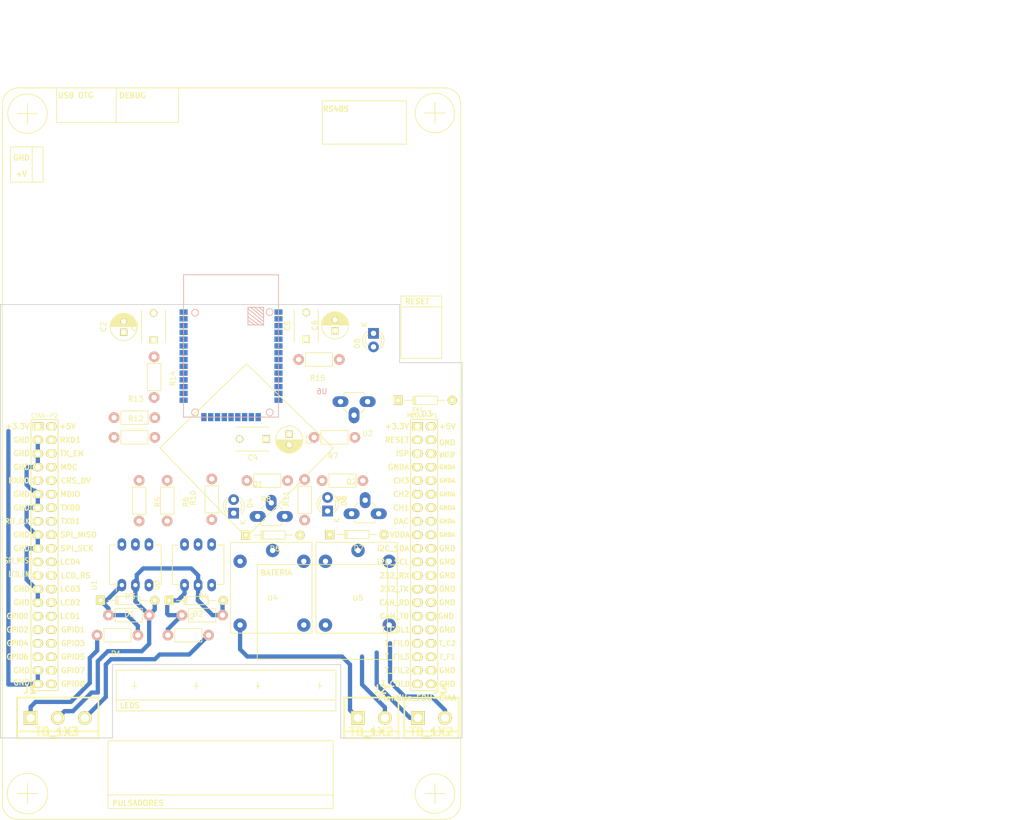
<source format=kicad_pcb>
(kicad_pcb (version 4) (host pcbnew 4.0.4-stable)

  (general
    (links 117)
    (no_connects 110)
    (area 88.924999 72.724999 175.575001 154.075001)
    (thickness 1.6)
    (drawings 15)
    (tracks 103)
    (zones 0)
    (modules 42)
    (nets 95)
  )

  (page A4)
  (title_block
    (title "Poncho EDU-CIAA-NXP IoT")
    (date 2016-11-17)
    (rev 1)
    (company "Ernesto Gigliotti")
    (comment 1 "License: GPL3")
  )

  (layers
    (0 TOP signal)
    (31 BOTTOM signal)
    (32 B.Adhes user)
    (33 F.Adhes user)
    (34 B.Paste user)
    (35 F.Paste user)
    (36 B.SilkS user)
    (37 F.SilkS user)
    (38 B.Mask user)
    (39 F.Mask user)
    (40 Dwgs.User user)
    (44 Edge.Cuts user)
    (46 B.CrtYd user)
    (47 F.CrtYd user)
    (48 B.Fab user)
    (49 F.Fab user)
  )

  (setup
    (last_trace_width 0.8)
    (user_trace_width 0.8)
    (user_trace_width 1)
    (trace_clearance 0.7)
    (zone_clearance 0.508)
    (zone_45_only no)
    (trace_min 0.8)
    (segment_width 0.2)
    (edge_width 0.15)
    (via_size 1.27)
    (via_drill 0.8)
    (via_min_size 1.27)
    (via_min_drill 0.8)
    (uvia_size 0.3)
    (uvia_drill 0.1)
    (uvias_allowed no)
    (uvia_min_size 0.2)
    (uvia_min_drill 0.1)
    (pcb_text_width 0.3)
    (pcb_text_size 1.5 1.5)
    (mod_edge_width 0.15)
    (mod_text_size 1 1)
    (mod_text_width 0.15)
    (pad_size 1.524 1.524)
    (pad_drill 0.762)
    (pad_to_mask_clearance 0.2)
    (aux_axis_origin 0 0)
    (visible_elements 7FFFEFDF)
    (pcbplotparams
      (layerselection 0x00030_80000001)
      (usegerberextensions false)
      (excludeedgelayer true)
      (linewidth 0.100000)
      (plotframeref false)
      (viasonmask false)
      (mode 1)
      (useauxorigin false)
      (hpglpennumber 1)
      (hpglpenspeed 20)
      (hpglpendiameter 15)
      (hpglpenoverlay 2)
      (psnegative false)
      (psa4output false)
      (plotreference true)
      (plotvalue true)
      (plotinvisibletext false)
      (padsonsilk false)
      (subtractmaskfromsilk false)
      (outputformat 1)
      (mirror false)
      (drillshape 1)
      (scaleselection 1)
      (outputdirectory ""))
  )

  (net 0 "")
  (net 1 +3V3)
  (net 2 GND)
  (net 3 "Net-(D1-Pad2)")
  (net 4 "Net-(D1-Pad1)")
  (net 5 "Net-(D2-Pad1)")
  (net 6 GNDA)
  (net 7 /ConectoresPoncho/ANALOG_IN)
  (net 8 "Net-(D4-Pad1)")
  (net 9 "Net-(D4-Pad2)")
  (net 10 "Net-(D5-Pad1)")
  (net 11 "Net-(D5-Pad2)")
  (net 12 +5V)
  (net 13 "Net-(D8-Pad2)")
  (net 14 "Net-(J1-Pad1)")
  (net 15 "Net-(J1-Pad3)")
  (net 16 "Net-(J2-Pad1)")
  (net 17 "Net-(J2-Pad2)")
  (net 18 "Net-(J3-Pad1)")
  (net 19 "Net-(J3-Pad2)")
  (net 20 "Net-(Q1-Pad2)")
  (net 21 "Net-(Q2-Pad2)")
  (net 22 /gpios/IN0)
  (net 23 /gpios/IN1)
  (net 24 "Net-(R7-Pad2)")
  (net 25 /gpios/OUT0)
  (net 26 /gpios/OUT1)
  (net 27 /ConectoresPoncho/MODULE_RESET)
  (net 28 /ConectoresPoncho/TXD_EDUCIAA)
  (net 29 "Net-(R14-Pad2)")
  (net 30 "Net-(R15-Pad2)")
  (net 31 "Net-(U1-Pad6)")
  (net 32 "Net-(U3-Pad6)")
  (net 33 "Net-(U4-Pad5)")
  (net 34 "Net-(U5-Pad5)")
  (net 35 "Net-(U6-Pad14)")
  (net 36 "Net-(U6-Pad13)")
  (net 37 "Net-(U6-Pad12)")
  (net 38 "Net-(U6-Pad11)")
  (net 39 "Net-(U6-Pad10)")
  (net 40 "Net-(U6-Pad9)")
  (net 41 "Net-(U6-Pad6)")
  (net 42 /ConectoresPoncho/RXD_EDUCIAA)
  (net 43 "Net-(U6-Pad5)")
  (net 44 "Net-(U6-Pad2)")
  (net 45 "Net-(U6-Pad26)")
  (net 46 "Net-(U6-Pad28)")
  (net 47 "Net-(U6-Pad29)")
  (net 48 "Net-(U6-Pad30)")
  (net 49 "Net-(U6-Pad31)")
  (net 50 "Net-(U6-Pad32)")
  (net 51 "Net-(U6-Pad33)")
  (net 52 "Net-(U6-Pad17)")
  (net 53 "Net-(U6-Pad18)")
  (net 54 /comm/CMD_CTRL)
  (net 55 "Net-(U6-Pad22)")
  (net 56 "Net-(XA1-Pad11)")
  (net 57 "Net-(XA1-Pad6)")
  (net 58 "Net-(XA1-Pad15)")
  (net 59 "Net-(XA1-Pad17)")
  (net 60 "Net-(XA1-Pad19)")
  (net 61 "Net-(XA1-Pad21)")
  (net 62 "Net-(XA1-Pad27)")
  (net 63 "Net-(XA1-Pad29)")
  (net 64 "Net-(XA1-Pad31)")
  (net 65 "Net-(XA1-Pad33)")
  (net 66 "Net-(XA1-Pad34)")
  (net 67 "Net-(XA1-Pad36)")
  (net 68 "Net-(XA1-Pad35)")
  (net 69 "Net-(XA1-Pad37)")
  (net 70 "Net-(XA1-Pad3)")
  (net 71 "Net-(XA1-Pad5)")
  (net 72 "Net-(XA1-Pad9)")
  (net 73 "Net-(XA1-Pad39)")
  (net 74 "Net-(XA1-Pad44)")
  (net 75 "Net-(XA1-Pad46)")
  (net 76 "Net-(XA1-Pad48)")
  (net 77 "Net-(XA1-Pad49)")
  (net 78 "Net-(XA1-Pad50)")
  (net 79 "Net-(XA1-Pad52)")
  (net 80 "Net-(XA1-Pad54)")
  (net 81 "Net-(XA1-Pad55)")
  (net 82 "Net-(XA1-Pad56)")
  (net 83 "Net-(XA1-Pad58)")
  (net 84 "Net-(XA1-Pad60)")
  (net 85 "Net-(XA1-Pad61)")
  (net 86 "Net-(XA1-Pad62)")
  (net 87 "Net-(XA1-Pad63)")
  (net 88 "Net-(XA1-Pad64)")
  (net 89 "Net-(XA1-Pad66)")
  (net 90 "Net-(XA1-Pad68)")
  (net 91 "Net-(XA1-Pad70)")
  (net 92 "Net-(XA1-Pad76)")
  (net 93 "Net-(XA1-Pad78)")
  (net 94 "Net-(XA1-Pad80)")

  (net_class Default "This is the default net class."
    (clearance 0.7)
    (trace_width 0.8)
    (via_dia 1.27)
    (via_drill 0.8)
    (uvia_dia 0.3)
    (uvia_drill 0.1)
    (add_net +3V3)
    (add_net +5V)
    (add_net /ConectoresPoncho/ANALOG_IN)
    (add_net /ConectoresPoncho/MODULE_RESET)
    (add_net /ConectoresPoncho/RXD_EDUCIAA)
    (add_net /ConectoresPoncho/TXD_EDUCIAA)
    (add_net /comm/CMD_CTRL)
    (add_net /gpios/IN0)
    (add_net /gpios/IN1)
    (add_net /gpios/OUT0)
    (add_net /gpios/OUT1)
    (add_net GND)
    (add_net GNDA)
    (add_net "Net-(D1-Pad1)")
    (add_net "Net-(D1-Pad2)")
    (add_net "Net-(D2-Pad1)")
    (add_net "Net-(D4-Pad1)")
    (add_net "Net-(D4-Pad2)")
    (add_net "Net-(D5-Pad1)")
    (add_net "Net-(D5-Pad2)")
    (add_net "Net-(D8-Pad2)")
    (add_net "Net-(J1-Pad1)")
    (add_net "Net-(J1-Pad3)")
    (add_net "Net-(J2-Pad1)")
    (add_net "Net-(J2-Pad2)")
    (add_net "Net-(J3-Pad1)")
    (add_net "Net-(J3-Pad2)")
    (add_net "Net-(Q1-Pad2)")
    (add_net "Net-(Q2-Pad2)")
    (add_net "Net-(R14-Pad2)")
    (add_net "Net-(R15-Pad2)")
    (add_net "Net-(R7-Pad2)")
    (add_net "Net-(U1-Pad6)")
    (add_net "Net-(U3-Pad6)")
    (add_net "Net-(U4-Pad5)")
    (add_net "Net-(U5-Pad5)")
    (add_net "Net-(U6-Pad10)")
    (add_net "Net-(U6-Pad11)")
    (add_net "Net-(U6-Pad12)")
    (add_net "Net-(U6-Pad13)")
    (add_net "Net-(U6-Pad14)")
    (add_net "Net-(U6-Pad17)")
    (add_net "Net-(U6-Pad18)")
    (add_net "Net-(U6-Pad2)")
    (add_net "Net-(U6-Pad22)")
    (add_net "Net-(U6-Pad26)")
    (add_net "Net-(U6-Pad28)")
    (add_net "Net-(U6-Pad29)")
    (add_net "Net-(U6-Pad30)")
    (add_net "Net-(U6-Pad31)")
    (add_net "Net-(U6-Pad32)")
    (add_net "Net-(U6-Pad33)")
    (add_net "Net-(U6-Pad5)")
    (add_net "Net-(U6-Pad6)")
    (add_net "Net-(U6-Pad9)")
    (add_net "Net-(XA1-Pad11)")
    (add_net "Net-(XA1-Pad15)")
    (add_net "Net-(XA1-Pad17)")
    (add_net "Net-(XA1-Pad19)")
    (add_net "Net-(XA1-Pad21)")
    (add_net "Net-(XA1-Pad27)")
    (add_net "Net-(XA1-Pad29)")
    (add_net "Net-(XA1-Pad3)")
    (add_net "Net-(XA1-Pad31)")
    (add_net "Net-(XA1-Pad33)")
    (add_net "Net-(XA1-Pad34)")
    (add_net "Net-(XA1-Pad35)")
    (add_net "Net-(XA1-Pad36)")
    (add_net "Net-(XA1-Pad37)")
    (add_net "Net-(XA1-Pad39)")
    (add_net "Net-(XA1-Pad44)")
    (add_net "Net-(XA1-Pad46)")
    (add_net "Net-(XA1-Pad48)")
    (add_net "Net-(XA1-Pad49)")
    (add_net "Net-(XA1-Pad5)")
    (add_net "Net-(XA1-Pad50)")
    (add_net "Net-(XA1-Pad52)")
    (add_net "Net-(XA1-Pad54)")
    (add_net "Net-(XA1-Pad55)")
    (add_net "Net-(XA1-Pad56)")
    (add_net "Net-(XA1-Pad58)")
    (add_net "Net-(XA1-Pad6)")
    (add_net "Net-(XA1-Pad60)")
    (add_net "Net-(XA1-Pad61)")
    (add_net "Net-(XA1-Pad62)")
    (add_net "Net-(XA1-Pad63)")
    (add_net "Net-(XA1-Pad64)")
    (add_net "Net-(XA1-Pad66)")
    (add_net "Net-(XA1-Pad68)")
    (add_net "Net-(XA1-Pad70)")
    (add_net "Net-(XA1-Pad76)")
    (add_net "Net-(XA1-Pad78)")
    (add_net "Net-(XA1-Pad80)")
    (add_net "Net-(XA1-Pad9)")
  )

  (module ponchoeduciaaiot:Conn_Poncho_Mediano (layer TOP) (tedit 58320075) (tstamp 58279811)
    (at 167.130001 95.635001)
    (tags "CONN Poncho")
    (path /582661CE/58266328)
    (fp_text reference XA1 (at 0 -3.175) (layer F.SilkS)
      (effects (font (size 0.8 0.8) (thickness 0.12)))
    )
    (fp_text value Conn_Poncho2P_2x_20x2 (at -1.905 51.181) (layer F.SilkS) hide
      (effects (font (size 1.016 1.016) (thickness 0.2032)))
    )
    (fp_line (start 8.255 -22.86) (end 8.255 73.66) (layer Dwgs.User) (width 0.15))
    (fp_line (start -78.105 73.66) (end -78.105 -22.86) (layer Dwgs.User) (width 0.15))
    (fp_line (start -78.105 -22.86) (end 8.255 -22.86) (layer Dwgs.User) (width 0.15))
    (fp_line (start 8.255 73.66) (end -78.105 73.66) (layer Dwgs.User) (width 0.15))
    (fp_text user GPIO8 (at -64.516 48.26) (layer F.SilkS)
      (effects (font (size 1 1) (thickness 0.2)))
    )
    (fp_text user GPIO7 (at -64.516 45.72) (layer F.SilkS)
      (effects (font (size 1 1) (thickness 0.2)))
    )
    (fp_text user GPIO5 (at -64.516 43.18) (layer F.SilkS)
      (effects (font (size 1 1) (thickness 0.2)))
    )
    (fp_text user GPIO3 (at -64.516 40.64) (layer F.SilkS)
      (effects (font (size 1 1) (thickness 0.2)))
    )
    (fp_text user GPIO1 (at -64.516 38.1) (layer F.SilkS)
      (effects (font (size 1 1) (thickness 0.2)))
    )
    (fp_text user LCD1 (at -65.024 35.56) (layer F.SilkS)
      (effects (font (size 1 1) (thickness 0.2)))
    )
    (fp_text user LCD2 (at -65.024 33.02) (layer F.SilkS)
      (effects (font (size 1 1) (thickness 0.2)))
    )
    (fp_text user LCD3 (at -65.024 30.48) (layer F.SilkS)
      (effects (font (size 1 1) (thickness 0.2)))
    )
    (fp_text user LCD_RS (at -64.008 27.94) (layer F.SilkS)
      (effects (font (size 1 1) (thickness 0.2)))
    )
    (fp_text user LCD4 (at -65.024 25.4) (layer F.SilkS)
      (effects (font (size 1 1) (thickness 0.2)))
    )
    (fp_text user SPI_SCK (at -63.754 22.86) (layer F.SilkS)
      (effects (font (size 1 1) (thickness 0.2)))
    )
    (fp_text user SPI_MISO (at -63.5 20.32) (layer F.SilkS)
      (effects (font (size 1 1) (thickness 0.2)))
    )
    (fp_text user TXD1 (at -65.024 17.78) (layer F.SilkS)
      (effects (font (size 1 1) (thickness 0.2)))
    )
    (fp_text user TXD0 (at -65.024 15.24) (layer F.SilkS)
      (effects (font (size 1 1) (thickness 0.2)))
    )
    (fp_text user MDIO (at -65.024 12.7) (layer F.SilkS)
      (effects (font (size 1 1) (thickness 0.2)))
    )
    (fp_text user CRS_DV (at -64.008 10.16) (layer F.SilkS)
      (effects (font (size 1 1) (thickness 0.2)))
    )
    (fp_text user MDC (at -65.278 7.62) (layer F.SilkS)
      (effects (font (size 1 1) (thickness 0.2)))
    )
    (fp_text user TX_EN (at -64.77 5.08) (layer F.SilkS)
      (effects (font (size 1 1) (thickness 0.2)))
    )
    (fp_text user RXD1 (at -65.024 2.54) (layer F.SilkS)
      (effects (font (size 1 1) (thickness 0.2)))
    )
    (fp_text user +5V (at -65.532 0) (layer F.SilkS)
      (effects (font (size 1 1) (thickness 0.2)))
    )
    (fp_text user GND (at -74.168 48.006) (layer F.SilkS)
      (effects (font (size 1 1) (thickness 0.2)))
    )
    (fp_text user GND (at -74.168 45.72) (layer F.SilkS)
      (effects (font (size 1 1) (thickness 0.2)))
    )
    (fp_text user GPIO6 (at -74.93 43.18) (layer F.SilkS)
      (effects (font (size 1 0.9) (thickness 0.2)))
    )
    (fp_text user GPIO4 (at -74.93 40.64) (layer F.SilkS)
      (effects (font (size 1 0.9) (thickness 0.2)))
    )
    (fp_text user GPIO2 (at -74.93 38.1) (layer F.SilkS)
      (effects (font (size 1 0.9) (thickness 0.2)))
    )
    (fp_text user GPIO0 (at -74.93 35.56) (layer F.SilkS)
      (effects (font (size 1 0.9) (thickness 0.2)))
    )
    (fp_text user GND (at -74.168 33.02) (layer F.SilkS)
      (effects (font (size 1 1) (thickness 0.2)))
    )
    (fp_text user GND (at -74.168 30.48) (layer F.SilkS)
      (effects (font (size 1 1) (thickness 0.2)))
    )
    (fp_text user LCD_EN (at -74.676 27.686) (layer F.SilkS)
      (effects (font (size 1 0.7) (thickness 0.17)))
    )
    (fp_text user SPI_MOSI (at -74.93 25.146) (layer F.SilkS)
      (effects (font (size 1 0.7) (thickness 0.17)))
    )
    (fp_text user GND (at -74.168 22.86) (layer F.SilkS)
      (effects (font (size 1 1) (thickness 0.2)))
    )
    (fp_text user GND (at -74.168 20.32) (layer F.SilkS)
      (effects (font (size 1 1) (thickness 0.2)))
    )
    (fp_text user REF_CLK (at -74.93 17.78) (layer F.SilkS)
      (effects (font (size 0.9 0.7) (thickness 0.175)))
    )
    (fp_text user GND (at -74.168 15.24) (layer F.SilkS)
      (effects (font (size 1 1) (thickness 0.2)))
    )
    (fp_text user GND (at -74.168 12.7) (layer F.SilkS)
      (effects (font (size 1 1) (thickness 0.2)))
    )
    (fp_text user GND (at -74.168 7.62) (layer F.SilkS)
      (effects (font (size 1 1) (thickness 0.2)))
    )
    (fp_text user RXD0 (at -74.676 10.16) (layer F.SilkS)
      (effects (font (size 1 1) (thickness 0.2)))
    )
    (fp_text user GND (at -74.168 5.08) (layer F.SilkS)
      (effects (font (size 1 1) (thickness 0.2)))
    )
    (fp_text user GND (at -74.168 2.54) (layer F.SilkS)
      (effects (font (size 1 1) (thickness 0.2)))
    )
    (fp_text user +3.3V (at -74.93 0) (layer F.SilkS)
      (effects (font (size 1 1) (thickness 0.2)))
    )
    (fp_text user GND (at 5.588 48.26) (layer F.SilkS)
      (effects (font (size 1 1) (thickness 0.2)))
    )
    (fp_text user GND (at 5.588 45.72) (layer F.SilkS)
      (effects (font (size 1 1) (thickness 0.2)))
    )
    (fp_text user T_F1 (at 5.588 43.18) (layer F.SilkS)
      (effects (font (size 0.9 0.9) (thickness 0.18)))
    )
    (fp_text user T_C2 (at 5.588 40.64) (layer F.SilkS)
      (effects (font (size 0.9 0.9) (thickness 0.18)))
    )
    (fp_text user GND (at 5.588 38.1) (layer F.SilkS)
      (effects (font (size 1 1) (thickness 0.2)))
    )
    (fp_text user GND (at 5.334 35.56) (layer F.SilkS)
      (effects (font (size 1 1) (thickness 0.2)))
    )
    (fp_text user GND (at 5.588 33.02) (layer F.SilkS)
      (effects (font (size 1 1) (thickness 0.2)))
    )
    (fp_text user GND (at 5.588 30.48) (layer F.SilkS)
      (effects (font (size 1 1) (thickness 0.2)))
    )
    (fp_text user GND (at 5.588 27.94) (layer F.SilkS)
      (effects (font (size 1 1) (thickness 0.2)))
    )
    (fp_text user GND (at 5.588 25.4) (layer F.SilkS)
      (effects (font (size 1 1) (thickness 0.2)))
    )
    (fp_text user GND (at 5.588 22.86) (layer F.SilkS)
      (effects (font (size 1 1) (thickness 0.2)))
    )
    (fp_text user GNDA (at 5.588 20.32) (layer F.SilkS)
      (effects (font (size 0.76 0.76) (thickness 0.19)))
    )
    (fp_text user GNDA (at 5.588 17.78) (layer F.SilkS)
      (effects (font (size 0.76 0.76) (thickness 0.19)))
    )
    (fp_text user GNDA (at 5.588 15.24) (layer F.SilkS)
      (effects (font (size 0.76 0.76) (thickness 0.19)))
    )
    (fp_text user GNDA (at 5.588 12.7) (layer F.SilkS)
      (effects (font (size 0.76 0.76) (thickness 0.19)))
    )
    (fp_text user GNDA (at 5.588 10.16) (layer F.SilkS)
      (effects (font (size 0.76 0.76) (thickness 0.19)))
    )
    (fp_text user GNDA (at 5.588 7.62) (layer F.SilkS)
      (effects (font (size 0.76 0.76) (thickness 0.19)))
    )
    (fp_text user WAKEUP (at 5.588 5.334) (layer F.SilkS)
      (effects (font (size 1 0.5) (thickness 0.125)))
    )
    (fp_text user GND (at 5.588 3.048) (layer F.SilkS)
      (effects (font (size 1 1) (thickness 0.2)))
    )
    (fp_text user +5V (at 5.588 0) (layer F.SilkS)
      (effects (font (size 1 1) (thickness 0.2)))
    )
    (fp_text user T_COL0 (at -4.064 48.26) (layer F.SilkS)
      (effects (font (size 1 1) (thickness 0.2)))
    )
    (fp_text user T_FIL2 (at -3.81 45.72) (layer F.SilkS)
      (effects (font (size 1 1) (thickness 0.2)))
    )
    (fp_text user T_FIL3 (at -3.81 43.18) (layer F.SilkS)
      (effects (font (size 1 1) (thickness 0.2)))
    )
    (fp_text user T_FIL0 (at -3.81 40.64) (layer F.SilkS)
      (effects (font (size 1 1) (thickness 0.2)))
    )
    (fp_text user T_COL1 (at -4.064 38.1) (layer F.SilkS)
      (effects (font (size 1 1) (thickness 0.2)))
    )
    (fp_text user CAN_TD (at -4.318 35.56) (layer F.SilkS)
      (effects (font (size 1 1) (thickness 0.2)))
    )
    (fp_text user CAN_RD (at -4.318 33.02) (layer F.SilkS)
      (effects (font (size 1 1) (thickness 0.2)))
    )
    (fp_text user 232_TX (at -4.318 30.48) (layer F.SilkS)
      (effects (font (size 1 1) (thickness 0.2)))
    )
    (fp_text user 232_RX (at -4.318 27.94) (layer F.SilkS)
      (effects (font (size 1 1) (thickness 0.2)))
    )
    (fp_text user I2C_SCL (at -4.572 25.4) (layer F.SilkS)
      (effects (font (size 1 1) (thickness 0.2)))
    )
    (fp_text user I2C_SDA (at -4.572 22.86) (layer F.SilkS)
      (effects (font (size 1 1) (thickness 0.2)))
    )
    (fp_text user VDDA (at -3.302 20.32) (layer F.SilkS)
      (effects (font (size 1 1) (thickness 0.2)))
    )
    (fp_text user DAC (at -3.048 17.78) (layer F.SilkS)
      (effects (font (size 1 1) (thickness 0.2)))
    )
    (fp_text user CH1 (at -3.048 15.24) (layer F.SilkS)
      (effects (font (size 1 1) (thickness 0.2)))
    )
    (fp_text user CH2 (at -3.048 12.7) (layer F.SilkS)
      (effects (font (size 1 1) (thickness 0.2)))
    )
    (fp_text user CH3 (at -3.048 10.16) (layer F.SilkS)
      (effects (font (size 1 1) (thickness 0.2)))
    )
    (fp_text user GNDA (at -3.556 7.62) (layer F.SilkS)
      (effects (font (size 1 1) (thickness 0.2)))
    )
    (fp_text user ISP (at -2.794 5.08) (layer F.SilkS)
      (effects (font (size 1 1) (thickness 0.2)))
    )
    (fp_text user RESET (at -3.81 2.54) (layer F.SilkS)
      (effects (font (size 1 1) (thickness 0.2)))
    )
    (fp_text user CIAA-P2 (at -69.85 -2.032) (layer F.SilkS)
      (effects (font (size 0.8 0.8) (thickness 0.12)))
    )
    (fp_text user CIAA-P1 (at 1.27 -2.032) (layer F.SilkS)
      (effects (font (size 0.8 0.8) (thickness 0.12)))
    )
    (fp_text user +3.3V (at -3.81 0) (layer F.SilkS)
      (effects (font (size 1 1) (thickness 0.2)))
    )
    (fp_line (start -72.39 0) (end -72.39 -1.27) (layer F.SilkS) (width 0.15))
    (fp_line (start -72.39 -1.27) (end -67.31 -1.27) (layer F.SilkS) (width 0.15))
    (fp_line (start -67.31 -1.27) (end -67.31 49.53) (layer F.SilkS) (width 0.15))
    (fp_line (start -67.31 49.53) (end -72.39 49.53) (layer F.SilkS) (width 0.15))
    (fp_line (start -72.39 49.53) (end -72.39 0) (layer F.SilkS) (width 0.15))
    (fp_line (start -1.27 49.53) (end -1.27 -1.27) (layer F.SilkS) (width 0.15))
    (fp_line (start 3.81 49.53) (end 3.81 -1.27) (layer F.SilkS) (width 0.15))
    (fp_line (start 3.81 49.53) (end -1.27 49.53) (layer F.SilkS) (width 0.15))
    (fp_line (start 3.81 -1.27) (end -1.27 -1.27) (layer F.SilkS) (width 0.15))
    (pad 1 thru_hole rect (at 0 0 270) (size 1.524 2) (drill 1.016) (layers *.Cu *.Mask F.SilkS)
      (net 1 +3V3))
    (pad 2 thru_hole oval (at 2.54 0 270) (size 1.524 2) (drill 1.016) (layers *.Cu *.Mask F.SilkS)
      (net 12 +5V))
    (pad 11 thru_hole oval (at 0 12.7 270) (size 1.524 2) (drill 1.016) (layers *.Cu *.Mask F.SilkS)
      (net 56 "Net-(XA1-Pad11)"))
    (pad 4 thru_hole oval (at 2.54 2.54 270) (size 1.524 2) (drill 1.016) (layers *.Cu *.Mask F.SilkS)
      (net 2 GND))
    (pad 13 thru_hole oval (at 0 15.24 270) (size 1.524 2) (drill 1.016) (layers *.Cu *.Mask F.SilkS)
      (net 7 /ConectoresPoncho/ANALOG_IN))
    (pad 6 thru_hole oval (at 2.54 5.08 270) (size 1.524 2) (drill 1.016) (layers *.Cu *.Mask F.SilkS)
      (net 57 "Net-(XA1-Pad6)"))
    (pad 15 thru_hole oval (at 0 17.78 270) (size 1.524 2) (drill 1.016) (layers *.Cu *.Mask F.SilkS)
      (net 58 "Net-(XA1-Pad15)"))
    (pad 8 thru_hole oval (at 2.54 7.62 270) (size 1.524 2) (drill 1.016) (layers *.Cu *.Mask F.SilkS)
      (net 6 GNDA))
    (pad 17 thru_hole oval (at 0 20.32 270) (size 1.524 2) (drill 1.016) (layers *.Cu *.Mask F.SilkS)
      (net 59 "Net-(XA1-Pad17)"))
    (pad 10 thru_hole oval (at 2.54 10.16 270) (size 1.524 2) (drill 1.016) (layers *.Cu *.Mask F.SilkS)
      (net 6 GNDA))
    (pad 19 thru_hole oval (at 0 22.86 270) (size 1.524 2) (drill 1.016) (layers *.Cu *.Mask F.SilkS)
      (net 60 "Net-(XA1-Pad19)"))
    (pad 12 thru_hole oval (at 2.54 12.7 270) (size 1.524 2) (drill 1.016) (layers *.Cu *.Mask F.SilkS)
      (net 6 GNDA))
    (pad 21 thru_hole oval (at 0 25.4 270) (size 1.524 2) (drill 1.016) (layers *.Cu *.Mask F.SilkS)
      (net 61 "Net-(XA1-Pad21)"))
    (pad 14 thru_hole oval (at 2.54 15.24 270) (size 1.524 2) (drill 1.016) (layers *.Cu *.Mask F.SilkS)
      (net 6 GNDA))
    (pad 23 thru_hole oval (at 0 27.94 270) (size 1.524 2) (drill 1.016) (layers *.Cu *.Mask F.SilkS)
      (net 42 /ConectoresPoncho/RXD_EDUCIAA))
    (pad 16 thru_hole oval (at 2.54 17.78 270) (size 1.524 2) (drill 1.016) (layers *.Cu *.Mask F.SilkS)
      (net 6 GNDA))
    (pad 25 thru_hole oval (at 0 30.48 270) (size 1.524 2) (drill 1.016) (layers *.Cu *.Mask F.SilkS)
      (net 28 /ConectoresPoncho/TXD_EDUCIAA))
    (pad 18 thru_hole oval (at 2.54 20.32 270) (size 1.524 2) (drill 1.016) (layers *.Cu *.Mask F.SilkS)
      (net 6 GNDA))
    (pad 27 thru_hole oval (at 0 33.02 270) (size 1.524 2) (drill 1.016) (layers *.Cu *.Mask F.SilkS)
      (net 62 "Net-(XA1-Pad27)"))
    (pad 20 thru_hole oval (at 2.54 22.86 270) (size 1.524 2) (drill 1.016) (layers *.Cu *.Mask F.SilkS)
      (net 2 GND))
    (pad 29 thru_hole oval (at 0 35.56 270) (size 1.524 2) (drill 1.016) (layers *.Cu *.Mask F.SilkS)
      (net 63 "Net-(XA1-Pad29)"))
    (pad 22 thru_hole oval (at 2.54 25.4 270) (size 1.524 2) (drill 1.016) (layers *.Cu *.Mask F.SilkS)
      (net 2 GND))
    (pad 31 thru_hole oval (at 0 38.1 270) (size 1.524 2) (drill 1.016) (layers *.Cu *.Mask F.SilkS)
      (net 64 "Net-(XA1-Pad31)"))
    (pad 24 thru_hole oval (at 2.54 27.94 270) (size 1.524 2) (drill 1.016) (layers *.Cu *.Mask F.SilkS)
      (net 2 GND))
    (pad 26 thru_hole oval (at 2.54 30.48 270) (size 1.524 2) (drill 1.016) (layers *.Cu *.Mask F.SilkS)
      (net 2 GND))
    (pad 33 thru_hole oval (at 0 40.64 270) (size 1.524 2) (drill 1.016) (layers *.Cu *.Mask F.SilkS)
      (net 65 "Net-(XA1-Pad33)"))
    (pad 28 thru_hole oval (at 2.54 33.02 270) (size 1.524 2) (drill 1.016) (layers *.Cu *.Mask F.SilkS)
      (net 2 GND))
    (pad 32 thru_hole oval (at 2.54 38.1 270) (size 1.524 2) (drill 1.016) (layers *.Cu *.Mask F.SilkS)
      (net 2 GND))
    (pad 34 thru_hole oval (at 2.54 40.64 270) (size 1.524 2) (drill 1.016) (layers *.Cu *.Mask F.SilkS)
      (net 66 "Net-(XA1-Pad34)"))
    (pad 36 thru_hole oval (at 2.54 43.18 270) (size 1.524 2) (drill 1.016) (layers *.Cu *.Mask F.SilkS)
      (net 67 "Net-(XA1-Pad36)"))
    (pad 38 thru_hole oval (at 2.54 45.72 270) (size 1.524 2) (drill 1.016) (layers *.Cu *.Mask F.SilkS)
      (net 2 GND))
    (pad 35 thru_hole oval (at 0 43.18 270) (size 1.524 2) (drill 1.016) (layers *.Cu *.Mask F.SilkS)
      (net 68 "Net-(XA1-Pad35)"))
    (pad 37 thru_hole oval (at 0 45.72 270) (size 1.524 2) (drill 1.016) (layers *.Cu *.Mask F.SilkS)
      (net 69 "Net-(XA1-Pad37)"))
    (pad 3 thru_hole oval (at 0 2.54 270) (size 1.524 2) (drill 1.016) (layers *.Cu *.Mask F.SilkS)
      (net 70 "Net-(XA1-Pad3)"))
    (pad 5 thru_hole oval (at 0 5.08 270) (size 1.524 2) (drill 1.016) (layers *.Cu *.Mask F.SilkS)
      (net 71 "Net-(XA1-Pad5)"))
    (pad 7 thru_hole oval (at 0 7.62 270) (size 1.524 2) (drill 1.016) (layers *.Cu *.Mask F.SilkS)
      (net 6 GNDA))
    (pad 9 thru_hole oval (at 0 10.16 270) (size 1.524 2) (drill 1.016) (layers *.Cu *.Mask F.SilkS)
      (net 72 "Net-(XA1-Pad9)"))
    (pad 39 thru_hole oval (at 0 48.26 270) (size 1.524 2) (drill 1.016) (layers *.Cu *.Mask F.SilkS)
      (net 73 "Net-(XA1-Pad39)"))
    (pad 40 thru_hole oval (at 2.54 48.26 270) (size 1.524 2) (drill 1.016) (layers *.Cu *.Mask F.SilkS)
      (net 2 GND))
    (pad 30 thru_hole oval (at 2.54 35.56 270) (size 1.524 2) (drill 1.016) (layers *.Cu *.Mask F.SilkS)
      (net 2 GND))
    (pad 41 thru_hole rect (at -71.12 0 270) (size 1.524 2) (drill 1.016) (layers *.Cu *.Mask F.SilkS)
      (net 1 +3V3))
    (pad 42 thru_hole oval (at -68.58 0 270) (size 1.524 2) (drill 1.016) (layers *.Cu *.Mask F.SilkS)
      (net 12 +5V))
    (pad 43 thru_hole oval (at -71.12 2.54 270) (size 1.524 2) (drill 1.016) (layers *.Cu *.Mask F.SilkS)
      (net 2 GND))
    (pad 44 thru_hole oval (at -68.58 2.54 270) (size 1.524 2) (drill 1.016) (layers *.Cu *.Mask F.SilkS)
      (net 74 "Net-(XA1-Pad44)"))
    (pad 45 thru_hole oval (at -71.12 5.08 270) (size 1.524 2) (drill 1.016) (layers *.Cu *.Mask F.SilkS)
      (net 2 GND))
    (pad 46 thru_hole oval (at -68.58 5.08 270) (size 1.524 2) (drill 1.016) (layers *.Cu *.Mask F.SilkS)
      (net 75 "Net-(XA1-Pad46)"))
    (pad 47 thru_hole oval (at -71.12 7.62 270) (size 1.524 2) (drill 1.016) (layers *.Cu *.Mask F.SilkS)
      (net 2 GND))
    (pad 48 thru_hole oval (at -68.58 7.62 270) (size 1.524 2) (drill 1.016) (layers *.Cu *.Mask F.SilkS)
      (net 76 "Net-(XA1-Pad48)"))
    (pad 49 thru_hole oval (at -71.12 10.16 270) (size 1.524 2) (drill 1.016) (layers *.Cu *.Mask F.SilkS)
      (net 77 "Net-(XA1-Pad49)"))
    (pad 50 thru_hole oval (at -68.58 10.16 270) (size 1.524 2) (drill 1.016) (layers *.Cu *.Mask F.SilkS)
      (net 78 "Net-(XA1-Pad50)"))
    (pad 51 thru_hole oval (at -71.12 12.7 270) (size 1.524 2) (drill 1.016) (layers *.Cu *.Mask F.SilkS)
      (net 2 GND))
    (pad 52 thru_hole oval (at -68.58 12.7 270) (size 1.524 2) (drill 1.016) (layers *.Cu *.Mask F.SilkS)
      (net 79 "Net-(XA1-Pad52)"))
    (pad 53 thru_hole oval (at -71.12 15.24 270) (size 1.524 2) (drill 1.016) (layers *.Cu *.Mask F.SilkS)
      (net 2 GND))
    (pad 54 thru_hole oval (at -68.58 15.24 270) (size 1.524 2) (drill 1.016) (layers *.Cu *.Mask F.SilkS)
      (net 80 "Net-(XA1-Pad54)"))
    (pad 55 thru_hole oval (at -71.12 17.78 270) (size 1.524 2) (drill 1.016) (layers *.Cu *.Mask F.SilkS)
      (net 81 "Net-(XA1-Pad55)"))
    (pad 56 thru_hole oval (at -68.58 17.78 270) (size 1.524 2) (drill 1.016) (layers *.Cu *.Mask F.SilkS)
      (net 82 "Net-(XA1-Pad56)"))
    (pad 57 thru_hole oval (at -71.12 20.32 270) (size 1.524 2) (drill 1.016) (layers *.Cu *.Mask F.SilkS)
      (net 2 GND))
    (pad 58 thru_hole oval (at -68.58 20.32 270) (size 1.524 2) (drill 1.016) (layers *.Cu *.Mask F.SilkS)
      (net 83 "Net-(XA1-Pad58)"))
    (pad 59 thru_hole oval (at -71.12 22.86 270) (size 1.524 2) (drill 1.016) (layers *.Cu *.Mask F.SilkS)
      (net 2 GND))
    (pad 60 thru_hole oval (at -68.58 22.86 270) (size 1.524 2) (drill 1.016) (layers *.Cu *.Mask F.SilkS)
      (net 84 "Net-(XA1-Pad60)"))
    (pad 61 thru_hole oval (at -71.12 25.4 270) (size 1.524 2) (drill 1.016) (layers *.Cu *.Mask F.SilkS)
      (net 85 "Net-(XA1-Pad61)"))
    (pad 62 thru_hole oval (at -68.58 25.4 270) (size 1.524 2) (drill 1.016) (layers *.Cu *.Mask F.SilkS)
      (net 86 "Net-(XA1-Pad62)"))
    (pad 63 thru_hole oval (at -71.12 27.94 270) (size 1.524 2) (drill 1.016) (layers *.Cu *.Mask F.SilkS)
      (net 87 "Net-(XA1-Pad63)"))
    (pad 64 thru_hole oval (at -68.58 27.94 270) (size 1.524 2) (drill 1.016) (layers *.Cu *.Mask F.SilkS)
      (net 88 "Net-(XA1-Pad64)"))
    (pad 65 thru_hole oval (at -71.12 30.48 270) (size 1.524 2) (drill 1.016) (layers *.Cu *.Mask F.SilkS)
      (net 2 GND))
    (pad 66 thru_hole oval (at -68.58 30.48 270) (size 1.524 2) (drill 1.016) (layers *.Cu *.Mask F.SilkS)
      (net 89 "Net-(XA1-Pad66)"))
    (pad 67 thru_hole oval (at -71.12 33.02 270) (size 1.524 2) (drill 1.016) (layers *.Cu *.Mask F.SilkS)
      (net 2 GND))
    (pad 68 thru_hole oval (at -68.58 33.02 270) (size 1.524 2) (drill 1.016) (layers *.Cu *.Mask F.SilkS)
      (net 90 "Net-(XA1-Pad68)"))
    (pad 69 thru_hole oval (at -71.12 35.56 270) (size 1.524 2) (drill 1.016) (layers *.Cu *.Mask F.SilkS)
      (net 22 /gpios/IN0))
    (pad 70 thru_hole oval (at -68.58 35.56 270) (size 1.524 2) (drill 1.016) (layers *.Cu *.Mask F.SilkS)
      (net 91 "Net-(XA1-Pad70)"))
    (pad 71 thru_hole oval (at -71.12 38.1 270) (size 1.524 2) (drill 1.016) (layers *.Cu *.Mask F.SilkS)
      (net 23 /gpios/IN1))
    (pad 72 thru_hole oval (at -68.58 38.1 270) (size 1.524 2) (drill 1.016) (layers *.Cu *.Mask F.SilkS)
      (net 27 /ConectoresPoncho/MODULE_RESET))
    (pad 73 thru_hole oval (at -71.12 40.64 270) (size 1.524 2) (drill 1.016) (layers *.Cu *.Mask F.SilkS)
      (net 25 /gpios/OUT0))
    (pad 74 thru_hole oval (at -68.58 40.64 270) (size 1.524 2) (drill 1.016) (layers *.Cu *.Mask F.SilkS)
      (net 54 /comm/CMD_CTRL))
    (pad 75 thru_hole oval (at -71.12 43.18 270) (size 1.524 2) (drill 1.016) (layers *.Cu *.Mask F.SilkS)
      (net 26 /gpios/OUT1))
    (pad 76 thru_hole oval (at -68.58 43.18 270) (size 1.524 2) (drill 1.016) (layers *.Cu *.Mask F.SilkS)
      (net 92 "Net-(XA1-Pad76)"))
    (pad 77 thru_hole oval (at -71.12 45.72 270) (size 1.524 2) (drill 1.016) (layers *.Cu *.Mask F.SilkS)
      (net 2 GND))
    (pad 78 thru_hole oval (at -68.58 45.72 270) (size 1.524 2) (drill 1.016) (layers *.Cu *.Mask F.SilkS)
      (net 93 "Net-(XA1-Pad78)"))
    (pad 79 thru_hole oval (at -71.12 48.26 270) (size 1.524 2) (drill 1.016) (layers *.Cu *.Mask F.SilkS)
      (net 2 GND))
    (pad 80 thru_hole oval (at -68.58 48.26 270) (size 1.524 2) (drill 1.016) (layers *.Cu *.Mask F.SilkS)
      (net 94 "Net-(XA1-Pad80)"))
  )

  (module Capacitors_THT:C_Disc_D6_P5 (layer TOP) (tedit 0) (tstamp 5827969A)
    (at 117.7 79.4 90)
    (descr "Capacitor 6mm Disc, Pitch 5mm")
    (tags Capacitor)
    (path /5823AAC6/58268400)
    (fp_text reference C1 (at 2.5 -3.5 90) (layer F.SilkS)
      (effects (font (size 1 1) (thickness 0.15)))
    )
    (fp_text value 100nF (at 2.5 3.5 90) (layer F.Fab)
      (effects (font (size 1 1) (thickness 0.15)))
    )
    (fp_line (start -0.95 -2.5) (end 5.95 -2.5) (layer F.CrtYd) (width 0.05))
    (fp_line (start 5.95 -2.5) (end 5.95 2.5) (layer F.CrtYd) (width 0.05))
    (fp_line (start 5.95 2.5) (end -0.95 2.5) (layer F.CrtYd) (width 0.05))
    (fp_line (start -0.95 2.5) (end -0.95 -2.5) (layer F.CrtYd) (width 0.05))
    (fp_line (start -0.5 -2.25) (end 5.5 -2.25) (layer F.SilkS) (width 0.15))
    (fp_line (start 5.5 2.25) (end -0.5 2.25) (layer F.SilkS) (width 0.15))
    (pad 1 thru_hole rect (at 0 0 90) (size 1.4 1.4) (drill 0.9) (layers *.Cu *.Mask F.SilkS)
      (net 1 +3V3))
    (pad 2 thru_hole circle (at 5 0 90) (size 1.4 1.4) (drill 0.9) (layers *.Cu *.Mask F.SilkS)
      (net 2 GND))
    (model Capacitors_ThroughHole.3dshapes/C_Disc_D6_P5.wrl
      (at (xyz 0.0984252 0 0))
      (scale (xyz 1 1 1))
      (rotate (xyz 0 0 0))
    )
  )

  (module Capacitors_THT:C_Radial_D5_L11_P2 (layer TOP) (tedit 0) (tstamp 582796A0)
    (at 112.1 78 90)
    (descr "Radial Electrolytic Capacitor 5mm x Length 11mm, Pitch 2mm")
    (tags "Electrolytic Capacitor")
    (path /5823AAC6/582683B5)
    (fp_text reference C2 (at 1 -3.8 90) (layer F.SilkS)
      (effects (font (size 1 1) (thickness 0.15)))
    )
    (fp_text value 2.2uF (at 1 3.8 90) (layer F.Fab)
      (effects (font (size 1 1) (thickness 0.15)))
    )
    (fp_line (start 1.075 -2.499) (end 1.075 2.499) (layer F.SilkS) (width 0.15))
    (fp_line (start 1.215 -2.491) (end 1.215 -0.154) (layer F.SilkS) (width 0.15))
    (fp_line (start 1.215 0.154) (end 1.215 2.491) (layer F.SilkS) (width 0.15))
    (fp_line (start 1.355 -2.475) (end 1.355 -0.473) (layer F.SilkS) (width 0.15))
    (fp_line (start 1.355 0.473) (end 1.355 2.475) (layer F.SilkS) (width 0.15))
    (fp_line (start 1.495 -2.451) (end 1.495 -0.62) (layer F.SilkS) (width 0.15))
    (fp_line (start 1.495 0.62) (end 1.495 2.451) (layer F.SilkS) (width 0.15))
    (fp_line (start 1.635 -2.418) (end 1.635 -0.712) (layer F.SilkS) (width 0.15))
    (fp_line (start 1.635 0.712) (end 1.635 2.418) (layer F.SilkS) (width 0.15))
    (fp_line (start 1.775 -2.377) (end 1.775 -0.768) (layer F.SilkS) (width 0.15))
    (fp_line (start 1.775 0.768) (end 1.775 2.377) (layer F.SilkS) (width 0.15))
    (fp_line (start 1.915 -2.327) (end 1.915 -0.795) (layer F.SilkS) (width 0.15))
    (fp_line (start 1.915 0.795) (end 1.915 2.327) (layer F.SilkS) (width 0.15))
    (fp_line (start 2.055 -2.266) (end 2.055 -0.798) (layer F.SilkS) (width 0.15))
    (fp_line (start 2.055 0.798) (end 2.055 2.266) (layer F.SilkS) (width 0.15))
    (fp_line (start 2.195 -2.196) (end 2.195 -0.776) (layer F.SilkS) (width 0.15))
    (fp_line (start 2.195 0.776) (end 2.195 2.196) (layer F.SilkS) (width 0.15))
    (fp_line (start 2.335 -2.114) (end 2.335 -0.726) (layer F.SilkS) (width 0.15))
    (fp_line (start 2.335 0.726) (end 2.335 2.114) (layer F.SilkS) (width 0.15))
    (fp_line (start 2.475 -2.019) (end 2.475 -0.644) (layer F.SilkS) (width 0.15))
    (fp_line (start 2.475 0.644) (end 2.475 2.019) (layer F.SilkS) (width 0.15))
    (fp_line (start 2.615 -1.908) (end 2.615 -0.512) (layer F.SilkS) (width 0.15))
    (fp_line (start 2.615 0.512) (end 2.615 1.908) (layer F.SilkS) (width 0.15))
    (fp_line (start 2.755 -1.78) (end 2.755 -0.265) (layer F.SilkS) (width 0.15))
    (fp_line (start 2.755 0.265) (end 2.755 1.78) (layer F.SilkS) (width 0.15))
    (fp_line (start 2.895 -1.631) (end 2.895 1.631) (layer F.SilkS) (width 0.15))
    (fp_line (start 3.035 -1.452) (end 3.035 1.452) (layer F.SilkS) (width 0.15))
    (fp_line (start 3.175 -1.233) (end 3.175 1.233) (layer F.SilkS) (width 0.15))
    (fp_line (start 3.315 -0.944) (end 3.315 0.944) (layer F.SilkS) (width 0.15))
    (fp_line (start 3.455 -0.472) (end 3.455 0.472) (layer F.SilkS) (width 0.15))
    (fp_circle (center 2 0) (end 2 -0.8) (layer F.SilkS) (width 0.15))
    (fp_circle (center 1 0) (end 1 -2.5375) (layer F.SilkS) (width 0.15))
    (fp_circle (center 1 0) (end 1 -2.8) (layer F.CrtYd) (width 0.05))
    (pad 1 thru_hole rect (at 0 0 90) (size 1.3 1.3) (drill 0.8) (layers *.Cu *.Mask F.SilkS)
      (net 1 +3V3))
    (pad 2 thru_hole circle (at 2 0 90) (size 1.3 1.3) (drill 0.8) (layers *.Cu *.Mask F.SilkS)
      (net 2 GND))
    (model Capacitors_ThroughHole.3dshapes/C_Radial_D5_L11_P2.wrl
      (at (xyz 0 0 0))
      (scale (xyz 1 1 1))
      (rotate (xyz 0 0 0))
    )
  )

  (module Capacitors_THT:C_Radial_D5_L11_P2 (layer TOP) (tedit 0) (tstamp 582796A6)
    (at 143.1 97.1 270)
    (descr "Radial Electrolytic Capacitor 5mm x Length 11mm, Pitch 2mm")
    (tags "Electrolytic Capacitor")
    (path /5823AAC6/58267A6D)
    (fp_text reference C3 (at 1 -3.8 270) (layer F.SilkS)
      (effects (font (size 1 1) (thickness 0.15)))
    )
    (fp_text value 2.2uF (at 1 3.8 270) (layer F.Fab)
      (effects (font (size 1 1) (thickness 0.15)))
    )
    (fp_line (start 1.075 -2.499) (end 1.075 2.499) (layer F.SilkS) (width 0.15))
    (fp_line (start 1.215 -2.491) (end 1.215 -0.154) (layer F.SilkS) (width 0.15))
    (fp_line (start 1.215 0.154) (end 1.215 2.491) (layer F.SilkS) (width 0.15))
    (fp_line (start 1.355 -2.475) (end 1.355 -0.473) (layer F.SilkS) (width 0.15))
    (fp_line (start 1.355 0.473) (end 1.355 2.475) (layer F.SilkS) (width 0.15))
    (fp_line (start 1.495 -2.451) (end 1.495 -0.62) (layer F.SilkS) (width 0.15))
    (fp_line (start 1.495 0.62) (end 1.495 2.451) (layer F.SilkS) (width 0.15))
    (fp_line (start 1.635 -2.418) (end 1.635 -0.712) (layer F.SilkS) (width 0.15))
    (fp_line (start 1.635 0.712) (end 1.635 2.418) (layer F.SilkS) (width 0.15))
    (fp_line (start 1.775 -2.377) (end 1.775 -0.768) (layer F.SilkS) (width 0.15))
    (fp_line (start 1.775 0.768) (end 1.775 2.377) (layer F.SilkS) (width 0.15))
    (fp_line (start 1.915 -2.327) (end 1.915 -0.795) (layer F.SilkS) (width 0.15))
    (fp_line (start 1.915 0.795) (end 1.915 2.327) (layer F.SilkS) (width 0.15))
    (fp_line (start 2.055 -2.266) (end 2.055 -0.798) (layer F.SilkS) (width 0.15))
    (fp_line (start 2.055 0.798) (end 2.055 2.266) (layer F.SilkS) (width 0.15))
    (fp_line (start 2.195 -2.196) (end 2.195 -0.776) (layer F.SilkS) (width 0.15))
    (fp_line (start 2.195 0.776) (end 2.195 2.196) (layer F.SilkS) (width 0.15))
    (fp_line (start 2.335 -2.114) (end 2.335 -0.726) (layer F.SilkS) (width 0.15))
    (fp_line (start 2.335 0.726) (end 2.335 2.114) (layer F.SilkS) (width 0.15))
    (fp_line (start 2.475 -2.019) (end 2.475 -0.644) (layer F.SilkS) (width 0.15))
    (fp_line (start 2.475 0.644) (end 2.475 2.019) (layer F.SilkS) (width 0.15))
    (fp_line (start 2.615 -1.908) (end 2.615 -0.512) (layer F.SilkS) (width 0.15))
    (fp_line (start 2.615 0.512) (end 2.615 1.908) (layer F.SilkS) (width 0.15))
    (fp_line (start 2.755 -1.78) (end 2.755 -0.265) (layer F.SilkS) (width 0.15))
    (fp_line (start 2.755 0.265) (end 2.755 1.78) (layer F.SilkS) (width 0.15))
    (fp_line (start 2.895 -1.631) (end 2.895 1.631) (layer F.SilkS) (width 0.15))
    (fp_line (start 3.035 -1.452) (end 3.035 1.452) (layer F.SilkS) (width 0.15))
    (fp_line (start 3.175 -1.233) (end 3.175 1.233) (layer F.SilkS) (width 0.15))
    (fp_line (start 3.315 -0.944) (end 3.315 0.944) (layer F.SilkS) (width 0.15))
    (fp_line (start 3.455 -0.472) (end 3.455 0.472) (layer F.SilkS) (width 0.15))
    (fp_circle (center 2 0) (end 2 -0.8) (layer F.SilkS) (width 0.15))
    (fp_circle (center 1 0) (end 1 -2.5375) (layer F.SilkS) (width 0.15))
    (fp_circle (center 1 0) (end 1 -2.8) (layer F.CrtYd) (width 0.05))
    (pad 1 thru_hole rect (at 0 0 270) (size 1.3 1.3) (drill 0.8) (layers *.Cu *.Mask F.SilkS)
      (net 1 +3V3))
    (pad 2 thru_hole circle (at 2 0 270) (size 1.3 1.3) (drill 0.8) (layers *.Cu *.Mask F.SilkS)
      (net 2 GND))
    (model Capacitors_ThroughHole.3dshapes/C_Radial_D5_L11_P2.wrl
      (at (xyz 0 0 0))
      (scale (xyz 1 1 1))
      (rotate (xyz 0 0 0))
    )
  )

  (module Capacitors_THT:C_Disc_D6_P5 (layer TOP) (tedit 0) (tstamp 582796AC)
    (at 138.8 98 180)
    (descr "Capacitor 6mm Disc, Pitch 5mm")
    (tags Capacitor)
    (path /5823AAC6/58267AA0)
    (fp_text reference C4 (at 2.5 -3.5 180) (layer F.SilkS)
      (effects (font (size 1 1) (thickness 0.15)))
    )
    (fp_text value 100nF (at 2.5 3.5 180) (layer F.Fab)
      (effects (font (size 1 1) (thickness 0.15)))
    )
    (fp_line (start -0.95 -2.5) (end 5.95 -2.5) (layer F.CrtYd) (width 0.05))
    (fp_line (start 5.95 -2.5) (end 5.95 2.5) (layer F.CrtYd) (width 0.05))
    (fp_line (start 5.95 2.5) (end -0.95 2.5) (layer F.CrtYd) (width 0.05))
    (fp_line (start -0.95 2.5) (end -0.95 -2.5) (layer F.CrtYd) (width 0.05))
    (fp_line (start -0.5 -2.25) (end 5.5 -2.25) (layer F.SilkS) (width 0.15))
    (fp_line (start 5.5 2.25) (end -0.5 2.25) (layer F.SilkS) (width 0.15))
    (pad 1 thru_hole rect (at 0 0 180) (size 1.4 1.4) (drill 0.9) (layers *.Cu *.Mask F.SilkS)
      (net 1 +3V3))
    (pad 2 thru_hole circle (at 5 0 180) (size 1.4 1.4) (drill 0.9) (layers *.Cu *.Mask F.SilkS)
      (net 2 GND))
    (model Capacitors_ThroughHole.3dshapes/C_Disc_D6_P5.wrl
      (at (xyz 0.0984252 0 0))
      (scale (xyz 1 1 1))
      (rotate (xyz 0 0 0))
    )
  )

  (module Capacitors_THT:C_Disc_D6_P5 (layer TOP) (tedit 0) (tstamp 582796B2)
    (at 146.3 79.3 90)
    (descr "Capacitor 6mm Disc, Pitch 5mm")
    (tags Capacitor)
    (path /5823AAC6/58267D74)
    (fp_text reference C5 (at 2.5 -3.5 90) (layer F.SilkS)
      (effects (font (size 1 1) (thickness 0.15)))
    )
    (fp_text value 100nF (at 2.5 3.5 90) (layer F.Fab)
      (effects (font (size 1 1) (thickness 0.15)))
    )
    (fp_line (start -0.95 -2.5) (end 5.95 -2.5) (layer F.CrtYd) (width 0.05))
    (fp_line (start 5.95 -2.5) (end 5.95 2.5) (layer F.CrtYd) (width 0.05))
    (fp_line (start 5.95 2.5) (end -0.95 2.5) (layer F.CrtYd) (width 0.05))
    (fp_line (start -0.95 2.5) (end -0.95 -2.5) (layer F.CrtYd) (width 0.05))
    (fp_line (start -0.5 -2.25) (end 5.5 -2.25) (layer F.SilkS) (width 0.15))
    (fp_line (start 5.5 2.25) (end -0.5 2.25) (layer F.SilkS) (width 0.15))
    (pad 1 thru_hole rect (at 0 0 90) (size 1.4 1.4) (drill 0.9) (layers *.Cu *.Mask F.SilkS)
      (net 1 +3V3))
    (pad 2 thru_hole circle (at 5 0 90) (size 1.4 1.4) (drill 0.9) (layers *.Cu *.Mask F.SilkS)
      (net 2 GND))
    (model Capacitors_ThroughHole.3dshapes/C_Disc_D6_P5.wrl
      (at (xyz 0.0984252 0 0))
      (scale (xyz 1 1 1))
      (rotate (xyz 0 0 0))
    )
  )

  (module Capacitors_THT:C_Radial_D5_L11_P2 (layer TOP) (tedit 0) (tstamp 582796B8)
    (at 151.7 77.7 90)
    (descr "Radial Electrolytic Capacitor 5mm x Length 11mm, Pitch 2mm")
    (tags "Electrolytic Capacitor")
    (path /5823AAC6/58267DB9)
    (fp_text reference C6 (at 1 -3.8 90) (layer F.SilkS)
      (effects (font (size 1 1) (thickness 0.15)))
    )
    (fp_text value 2.2uF (at 1 3.8 90) (layer F.Fab)
      (effects (font (size 1 1) (thickness 0.15)))
    )
    (fp_line (start 1.075 -2.499) (end 1.075 2.499) (layer F.SilkS) (width 0.15))
    (fp_line (start 1.215 -2.491) (end 1.215 -0.154) (layer F.SilkS) (width 0.15))
    (fp_line (start 1.215 0.154) (end 1.215 2.491) (layer F.SilkS) (width 0.15))
    (fp_line (start 1.355 -2.475) (end 1.355 -0.473) (layer F.SilkS) (width 0.15))
    (fp_line (start 1.355 0.473) (end 1.355 2.475) (layer F.SilkS) (width 0.15))
    (fp_line (start 1.495 -2.451) (end 1.495 -0.62) (layer F.SilkS) (width 0.15))
    (fp_line (start 1.495 0.62) (end 1.495 2.451) (layer F.SilkS) (width 0.15))
    (fp_line (start 1.635 -2.418) (end 1.635 -0.712) (layer F.SilkS) (width 0.15))
    (fp_line (start 1.635 0.712) (end 1.635 2.418) (layer F.SilkS) (width 0.15))
    (fp_line (start 1.775 -2.377) (end 1.775 -0.768) (layer F.SilkS) (width 0.15))
    (fp_line (start 1.775 0.768) (end 1.775 2.377) (layer F.SilkS) (width 0.15))
    (fp_line (start 1.915 -2.327) (end 1.915 -0.795) (layer F.SilkS) (width 0.15))
    (fp_line (start 1.915 0.795) (end 1.915 2.327) (layer F.SilkS) (width 0.15))
    (fp_line (start 2.055 -2.266) (end 2.055 -0.798) (layer F.SilkS) (width 0.15))
    (fp_line (start 2.055 0.798) (end 2.055 2.266) (layer F.SilkS) (width 0.15))
    (fp_line (start 2.195 -2.196) (end 2.195 -0.776) (layer F.SilkS) (width 0.15))
    (fp_line (start 2.195 0.776) (end 2.195 2.196) (layer F.SilkS) (width 0.15))
    (fp_line (start 2.335 -2.114) (end 2.335 -0.726) (layer F.SilkS) (width 0.15))
    (fp_line (start 2.335 0.726) (end 2.335 2.114) (layer F.SilkS) (width 0.15))
    (fp_line (start 2.475 -2.019) (end 2.475 -0.644) (layer F.SilkS) (width 0.15))
    (fp_line (start 2.475 0.644) (end 2.475 2.019) (layer F.SilkS) (width 0.15))
    (fp_line (start 2.615 -1.908) (end 2.615 -0.512) (layer F.SilkS) (width 0.15))
    (fp_line (start 2.615 0.512) (end 2.615 1.908) (layer F.SilkS) (width 0.15))
    (fp_line (start 2.755 -1.78) (end 2.755 -0.265) (layer F.SilkS) (width 0.15))
    (fp_line (start 2.755 0.265) (end 2.755 1.78) (layer F.SilkS) (width 0.15))
    (fp_line (start 2.895 -1.631) (end 2.895 1.631) (layer F.SilkS) (width 0.15))
    (fp_line (start 3.035 -1.452) (end 3.035 1.452) (layer F.SilkS) (width 0.15))
    (fp_line (start 3.175 -1.233) (end 3.175 1.233) (layer F.SilkS) (width 0.15))
    (fp_line (start 3.315 -0.944) (end 3.315 0.944) (layer F.SilkS) (width 0.15))
    (fp_line (start 3.455 -0.472) (end 3.455 0.472) (layer F.SilkS) (width 0.15))
    (fp_circle (center 2 0) (end 2 -0.8) (layer F.SilkS) (width 0.15))
    (fp_circle (center 1 0) (end 1 -2.5375) (layer F.SilkS) (width 0.15))
    (fp_circle (center 1 0) (end 1 -2.8) (layer F.CrtYd) (width 0.05))
    (pad 1 thru_hole rect (at 0 0 90) (size 1.3 1.3) (drill 0.8) (layers *.Cu *.Mask F.SilkS)
      (net 1 +3V3))
    (pad 2 thru_hole circle (at 2 0 90) (size 1.3 1.3) (drill 0.8) (layers *.Cu *.Mask F.SilkS)
      (net 2 GND))
    (model Capacitors_ThroughHole.3dshapes/C_Radial_D5_L11_P2.wrl
      (at (xyz 0 0 0))
      (scale (xyz 1 1 1))
      (rotate (xyz 0 0 0))
    )
  )

  (module Diodes_THT:Diode_DO-35_SOD27_Horizontal_RM10 (layer TOP) (tedit 552FFC30) (tstamp 582796BE)
    (at 107.75312 128.23476)
    (descr "Diode, DO-35,  SOD27, Horizontal, RM 10mm")
    (tags "Diode, DO-35, SOD27, Horizontal, RM 10mm, 1N4148,")
    (path /5823AA9A/58256B42)
    (fp_text reference D1 (at 5.43052 2.53746) (layer F.SilkS)
      (effects (font (size 1 1) (thickness 0.15)))
    )
    (fp_text value 1N4007 (at 4.41452 -3.55854) (layer F.Fab)
      (effects (font (size 1 1) (thickness 0.15)))
    )
    (fp_line (start 7.36652 -0.00254) (end 8.76352 -0.00254) (layer F.SilkS) (width 0.15))
    (fp_line (start 2.92152 -0.00254) (end 1.39752 -0.00254) (layer F.SilkS) (width 0.15))
    (fp_line (start 3.30252 -0.76454) (end 3.30252 0.75946) (layer F.SilkS) (width 0.15))
    (fp_line (start 3.04852 -0.76454) (end 3.04852 0.75946) (layer F.SilkS) (width 0.15))
    (fp_line (start 2.79452 -0.00254) (end 2.79452 0.75946) (layer F.SilkS) (width 0.15))
    (fp_line (start 2.79452 0.75946) (end 7.36652 0.75946) (layer F.SilkS) (width 0.15))
    (fp_line (start 7.36652 0.75946) (end 7.36652 -0.76454) (layer F.SilkS) (width 0.15))
    (fp_line (start 7.36652 -0.76454) (end 2.79452 -0.76454) (layer F.SilkS) (width 0.15))
    (fp_line (start 2.79452 -0.76454) (end 2.79452 -0.00254) (layer F.SilkS) (width 0.15))
    (pad 2 thru_hole circle (at 10.16052 -0.00254 180) (size 1.69926 1.69926) (drill 0.70104) (layers *.Cu *.Mask F.SilkS)
      (net 3 "Net-(D1-Pad2)"))
    (pad 1 thru_hole rect (at 0.00052 -0.00254 180) (size 1.69926 1.69926) (drill 0.70104) (layers *.Cu *.Mask F.SilkS)
      (net 4 "Net-(D1-Pad1)"))
    (model Diodes_ThroughHole.3dshapes/Diode_DO-35_SOD27_Horizontal_RM10.wrl
      (at (xyz 0.2 0 0))
      (scale (xyz 0.4 0.4 0.4))
      (rotate (xyz 0 0 180))
    )
  )

  (module Diodes_THT:Diode_DO-35_SOD27_Horizontal_RM10 (layer TOP) (tedit 552FFC30) (tstamp 582796C4)
    (at 120.58948 128.25254)
    (descr "Diode, DO-35,  SOD27, Horizontal, RM 10mm")
    (tags "Diode, DO-35, SOD27, Horizontal, RM 10mm, 1N4148,")
    (path /5823AA9A/58257CEA)
    (fp_text reference D2 (at 5.43052 2.53746) (layer F.SilkS)
      (effects (font (size 1 1) (thickness 0.15)))
    )
    (fp_text value 1N4007 (at 4.41452 -3.55854) (layer F.Fab)
      (effects (font (size 1 1) (thickness 0.15)))
    )
    (fp_line (start 7.36652 -0.00254) (end 8.76352 -0.00254) (layer F.SilkS) (width 0.15))
    (fp_line (start 2.92152 -0.00254) (end 1.39752 -0.00254) (layer F.SilkS) (width 0.15))
    (fp_line (start 3.30252 -0.76454) (end 3.30252 0.75946) (layer F.SilkS) (width 0.15))
    (fp_line (start 3.04852 -0.76454) (end 3.04852 0.75946) (layer F.SilkS) (width 0.15))
    (fp_line (start 2.79452 -0.00254) (end 2.79452 0.75946) (layer F.SilkS) (width 0.15))
    (fp_line (start 2.79452 0.75946) (end 7.36652 0.75946) (layer F.SilkS) (width 0.15))
    (fp_line (start 7.36652 0.75946) (end 7.36652 -0.76454) (layer F.SilkS) (width 0.15))
    (fp_line (start 7.36652 -0.76454) (end 2.79452 -0.76454) (layer F.SilkS) (width 0.15))
    (fp_line (start 2.79452 -0.76454) (end 2.79452 -0.00254) (layer F.SilkS) (width 0.15))
    (pad 2 thru_hole circle (at 10.16052 -0.00254 180) (size 1.69926 1.69926) (drill 0.70104) (layers *.Cu *.Mask F.SilkS)
      (net 3 "Net-(D1-Pad2)"))
    (pad 1 thru_hole rect (at 0.00052 -0.00254 180) (size 1.69926 1.69926) (drill 0.70104) (layers *.Cu *.Mask F.SilkS)
      (net 5 "Net-(D2-Pad1)"))
    (model Diodes_ThroughHole.3dshapes/Diode_DO-35_SOD27_Horizontal_RM10.wrl
      (at (xyz 0.2 0 0))
      (scale (xyz 0.4 0.4 0.4))
      (rotate (xyz 0 0 180))
    )
  )

  (module Diodes_THT:Diode_DO-35_SOD27_Horizontal_RM10 (layer TOP) (tedit 552FFC30) (tstamp 582796CA)
    (at 163.5 90.75)
    (descr "Diode, DO-35,  SOD27, Horizontal, RM 10mm")
    (tags "Diode, DO-35, SOD27, Horizontal, RM 10mm, 1N4148,")
    (path /5823AA9A/582630C0)
    (fp_text reference D3 (at 5.43052 2.53746) (layer F.SilkS)
      (effects (font (size 1 1) (thickness 0.15)))
    )
    (fp_text value 1N4728A (at 4.41452 -3.55854) (layer F.Fab)
      (effects (font (size 1 1) (thickness 0.15)))
    )
    (fp_line (start 7.36652 -0.00254) (end 8.76352 -0.00254) (layer F.SilkS) (width 0.15))
    (fp_line (start 2.92152 -0.00254) (end 1.39752 -0.00254) (layer F.SilkS) (width 0.15))
    (fp_line (start 3.30252 -0.76454) (end 3.30252 0.75946) (layer F.SilkS) (width 0.15))
    (fp_line (start 3.04852 -0.76454) (end 3.04852 0.75946) (layer F.SilkS) (width 0.15))
    (fp_line (start 2.79452 -0.00254) (end 2.79452 0.75946) (layer F.SilkS) (width 0.15))
    (fp_line (start 2.79452 0.75946) (end 7.36652 0.75946) (layer F.SilkS) (width 0.15))
    (fp_line (start 7.36652 0.75946) (end 7.36652 -0.76454) (layer F.SilkS) (width 0.15))
    (fp_line (start 7.36652 -0.76454) (end 2.79452 -0.76454) (layer F.SilkS) (width 0.15))
    (fp_line (start 2.79452 -0.76454) (end 2.79452 -0.00254) (layer F.SilkS) (width 0.15))
    (pad 2 thru_hole circle (at 10.16052 -0.00254 180) (size 1.69926 1.69926) (drill 0.70104) (layers *.Cu *.Mask F.SilkS)
      (net 6 GNDA))
    (pad 1 thru_hole rect (at 0.00052 -0.00254 180) (size 1.69926 1.69926) (drill 0.70104) (layers *.Cu *.Mask F.SilkS)
      (net 7 /ConectoresPoncho/ANALOG_IN))
    (model Diodes_ThroughHole.3dshapes/Diode_DO-35_SOD27_Horizontal_RM10.wrl
      (at (xyz 0.2 0 0))
      (scale (xyz 0.4 0.4 0.4))
      (rotate (xyz 0 0 180))
    )
  )

  (module LEDs:LED-3MM (layer TOP) (tedit 559B82F6) (tstamp 582796D0)
    (at 132.7 111.9 90)
    (descr "LED 3mm round vertical")
    (tags "LED  3mm round vertical")
    (path /5823AA9A/58260865)
    (fp_text reference D4 (at 1.91 3.06 90) (layer F.SilkS)
      (effects (font (size 1 1) (thickness 0.15)))
    )
    (fp_text value LED (at 1.3 -2.9 90) (layer F.Fab)
      (effects (font (size 1 1) (thickness 0.15)))
    )
    (fp_line (start -1.2 2.3) (end 3.8 2.3) (layer F.CrtYd) (width 0.05))
    (fp_line (start 3.8 2.3) (end 3.8 -2.2) (layer F.CrtYd) (width 0.05))
    (fp_line (start 3.8 -2.2) (end -1.2 -2.2) (layer F.CrtYd) (width 0.05))
    (fp_line (start -1.2 -2.2) (end -1.2 2.3) (layer F.CrtYd) (width 0.05))
    (fp_line (start -0.199 1.314) (end -0.199 1.114) (layer F.SilkS) (width 0.15))
    (fp_line (start -0.199 -1.28) (end -0.199 -1.1) (layer F.SilkS) (width 0.15))
    (fp_arc (start 1.301 0.034) (end -0.199 -1.286) (angle 108.5) (layer F.SilkS) (width 0.15))
    (fp_arc (start 1.301 0.034) (end 0.25 -1.1) (angle 85.7) (layer F.SilkS) (width 0.15))
    (fp_arc (start 1.311 0.034) (end 3.051 0.994) (angle 110) (layer F.SilkS) (width 0.15))
    (fp_arc (start 1.301 0.034) (end 2.335 1.094) (angle 87.5) (layer F.SilkS) (width 0.15))
    (fp_text user K (at -1.69 1.74 90) (layer F.SilkS)
      (effects (font (size 1 1) (thickness 0.15)))
    )
    (pad 1 thru_hole rect (at 0 0 180) (size 2 2) (drill 1.00076) (layers *.Cu *.Mask)
      (net 8 "Net-(D4-Pad1)"))
    (pad 2 thru_hole circle (at 2.54 0 90) (size 2 2) (drill 1.00076) (layers *.Cu *.Mask)
      (net 9 "Net-(D4-Pad2)"))
    (model LEDs.3dshapes/LED-3MM.wrl
      (at (xyz 0.05 0 0))
      (scale (xyz 1 1 1))
      (rotate (xyz 0 0 90))
    )
  )

  (module LEDs:LED-3MM (layer TOP) (tedit 559B82F6) (tstamp 582796D6)
    (at 150.3 111.5 90)
    (descr "LED 3mm round vertical")
    (tags "LED  3mm round vertical")
    (path /5823AA9A/5826096C)
    (fp_text reference D5 (at 1.91 3.06 90) (layer F.SilkS)
      (effects (font (size 1 1) (thickness 0.15)))
    )
    (fp_text value LED (at 1.3 -2.9 90) (layer F.Fab)
      (effects (font (size 1 1) (thickness 0.15)))
    )
    (fp_line (start -1.2 2.3) (end 3.8 2.3) (layer F.CrtYd) (width 0.05))
    (fp_line (start 3.8 2.3) (end 3.8 -2.2) (layer F.CrtYd) (width 0.05))
    (fp_line (start 3.8 -2.2) (end -1.2 -2.2) (layer F.CrtYd) (width 0.05))
    (fp_line (start -1.2 -2.2) (end -1.2 2.3) (layer F.CrtYd) (width 0.05))
    (fp_line (start -0.199 1.314) (end -0.199 1.114) (layer F.SilkS) (width 0.15))
    (fp_line (start -0.199 -1.28) (end -0.199 -1.1) (layer F.SilkS) (width 0.15))
    (fp_arc (start 1.301 0.034) (end -0.199 -1.286) (angle 108.5) (layer F.SilkS) (width 0.15))
    (fp_arc (start 1.301 0.034) (end 0.25 -1.1) (angle 85.7) (layer F.SilkS) (width 0.15))
    (fp_arc (start 1.311 0.034) (end 3.051 0.994) (angle 110) (layer F.SilkS) (width 0.15))
    (fp_arc (start 1.301 0.034) (end 2.335 1.094) (angle 87.5) (layer F.SilkS) (width 0.15))
    (fp_text user K (at -1.69 1.74 90) (layer F.SilkS)
      (effects (font (size 1 1) (thickness 0.15)))
    )
    (pad 1 thru_hole rect (at 0 0 180) (size 2 2) (drill 1.00076) (layers *.Cu *.Mask)
      (net 10 "Net-(D5-Pad1)"))
    (pad 2 thru_hole circle (at 2.54 0 90) (size 2 2) (drill 1.00076) (layers *.Cu *.Mask)
      (net 11 "Net-(D5-Pad2)"))
    (model LEDs.3dshapes/LED-3MM.wrl
      (at (xyz 0.05 0 0))
      (scale (xyz 1 1 1))
      (rotate (xyz 0 0 90))
    )
  )

  (module Diodes_THT:Diode_DO-35_SOD27_Horizontal_RM10 (layer TOP) (tedit 552FFC30) (tstamp 582796DC)
    (at 135 116)
    (descr "Diode, DO-35,  SOD27, Horizontal, RM 10mm")
    (tags "Diode, DO-35, SOD27, Horizontal, RM 10mm, 1N4148,")
    (path /5823AA9A/58260067)
    (fp_text reference D6 (at 5.43052 2.53746) (layer F.SilkS)
      (effects (font (size 1 1) (thickness 0.15)))
    )
    (fp_text value 1N4007 (at 4.41452 -3.55854) (layer F.Fab)
      (effects (font (size 1 1) (thickness 0.15)))
    )
    (fp_line (start 7.36652 -0.00254) (end 8.76352 -0.00254) (layer F.SilkS) (width 0.15))
    (fp_line (start 2.92152 -0.00254) (end 1.39752 -0.00254) (layer F.SilkS) (width 0.15))
    (fp_line (start 3.30252 -0.76454) (end 3.30252 0.75946) (layer F.SilkS) (width 0.15))
    (fp_line (start 3.04852 -0.76454) (end 3.04852 0.75946) (layer F.SilkS) (width 0.15))
    (fp_line (start 2.79452 -0.00254) (end 2.79452 0.75946) (layer F.SilkS) (width 0.15))
    (fp_line (start 2.79452 0.75946) (end 7.36652 0.75946) (layer F.SilkS) (width 0.15))
    (fp_line (start 7.36652 0.75946) (end 7.36652 -0.76454) (layer F.SilkS) (width 0.15))
    (fp_line (start 7.36652 -0.76454) (end 2.79452 -0.76454) (layer F.SilkS) (width 0.15))
    (fp_line (start 2.79452 -0.76454) (end 2.79452 -0.00254) (layer F.SilkS) (width 0.15))
    (pad 2 thru_hole circle (at 10.16052 -0.00254 180) (size 1.69926 1.69926) (drill 0.70104) (layers *.Cu *.Mask F.SilkS)
      (net 12 +5V))
    (pad 1 thru_hole rect (at 0.00052 -0.00254 180) (size 1.69926 1.69926) (drill 0.70104) (layers *.Cu *.Mask F.SilkS)
      (net 8 "Net-(D4-Pad1)"))
    (model Diodes_ThroughHole.3dshapes/Diode_DO-35_SOD27_Horizontal_RM10.wrl
      (at (xyz 0.2 0 0))
      (scale (xyz 0.4 0.4 0.4))
      (rotate (xyz 0 0 180))
    )
  )

  (module Diodes_THT:Diode_DO-35_SOD27_Horizontal_RM10 (layer TOP) (tedit 552FFC30) (tstamp 582796E2)
    (at 150.7 115.9)
    (descr "Diode, DO-35,  SOD27, Horizontal, RM 10mm")
    (tags "Diode, DO-35, SOD27, Horizontal, RM 10mm, 1N4148,")
    (path /5823AA9A/582601C2)
    (fp_text reference D7 (at 5.43052 2.53746) (layer F.SilkS)
      (effects (font (size 1 1) (thickness 0.15)))
    )
    (fp_text value 1N4007 (at 4.41452 -3.55854) (layer F.Fab)
      (effects (font (size 1 1) (thickness 0.15)))
    )
    (fp_line (start 7.36652 -0.00254) (end 8.76352 -0.00254) (layer F.SilkS) (width 0.15))
    (fp_line (start 2.92152 -0.00254) (end 1.39752 -0.00254) (layer F.SilkS) (width 0.15))
    (fp_line (start 3.30252 -0.76454) (end 3.30252 0.75946) (layer F.SilkS) (width 0.15))
    (fp_line (start 3.04852 -0.76454) (end 3.04852 0.75946) (layer F.SilkS) (width 0.15))
    (fp_line (start 2.79452 -0.00254) (end 2.79452 0.75946) (layer F.SilkS) (width 0.15))
    (fp_line (start 2.79452 0.75946) (end 7.36652 0.75946) (layer F.SilkS) (width 0.15))
    (fp_line (start 7.36652 0.75946) (end 7.36652 -0.76454) (layer F.SilkS) (width 0.15))
    (fp_line (start 7.36652 -0.76454) (end 2.79452 -0.76454) (layer F.SilkS) (width 0.15))
    (fp_line (start 2.79452 -0.76454) (end 2.79452 -0.00254) (layer F.SilkS) (width 0.15))
    (pad 2 thru_hole circle (at 10.16052 -0.00254 180) (size 1.69926 1.69926) (drill 0.70104) (layers *.Cu *.Mask F.SilkS)
      (net 12 +5V))
    (pad 1 thru_hole rect (at 0.00052 -0.00254 180) (size 1.69926 1.69926) (drill 0.70104) (layers *.Cu *.Mask F.SilkS)
      (net 10 "Net-(D5-Pad1)"))
    (model Diodes_ThroughHole.3dshapes/Diode_DO-35_SOD27_Horizontal_RM10.wrl
      (at (xyz 0.2 0 0))
      (scale (xyz 0.4 0.4 0.4))
      (rotate (xyz 0 0 180))
    )
  )

  (module LEDs:LED-3MM (layer TOP) (tedit 559B82F6) (tstamp 582796E8)
    (at 158.9 78.2 270)
    (descr "LED 3mm round vertical")
    (tags "LED  3mm round vertical")
    (path /5823AAC6/582671F7)
    (fp_text reference D8 (at 1.91 3.06 270) (layer F.SilkS)
      (effects (font (size 1 1) (thickness 0.15)))
    )
    (fp_text value LED (at 1.3 -2.9 270) (layer F.Fab)
      (effects (font (size 1 1) (thickness 0.15)))
    )
    (fp_line (start -1.2 2.3) (end 3.8 2.3) (layer F.CrtYd) (width 0.05))
    (fp_line (start 3.8 2.3) (end 3.8 -2.2) (layer F.CrtYd) (width 0.05))
    (fp_line (start 3.8 -2.2) (end -1.2 -2.2) (layer F.CrtYd) (width 0.05))
    (fp_line (start -1.2 -2.2) (end -1.2 2.3) (layer F.CrtYd) (width 0.05))
    (fp_line (start -0.199 1.314) (end -0.199 1.114) (layer F.SilkS) (width 0.15))
    (fp_line (start -0.199 -1.28) (end -0.199 -1.1) (layer F.SilkS) (width 0.15))
    (fp_arc (start 1.301 0.034) (end -0.199 -1.286) (angle 108.5) (layer F.SilkS) (width 0.15))
    (fp_arc (start 1.301 0.034) (end 0.25 -1.1) (angle 85.7) (layer F.SilkS) (width 0.15))
    (fp_arc (start 1.311 0.034) (end 3.051 0.994) (angle 110) (layer F.SilkS) (width 0.15))
    (fp_arc (start 1.301 0.034) (end 2.335 1.094) (angle 87.5) (layer F.SilkS) (width 0.15))
    (fp_text user K (at -1.69 1.74 270) (layer F.SilkS)
      (effects (font (size 1 1) (thickness 0.15)))
    )
    (pad 1 thru_hole rect (at 0 0) (size 2 2) (drill 1.00076) (layers *.Cu *.Mask)
      (net 2 GND))
    (pad 2 thru_hole circle (at 2.54 0 270) (size 2 2) (drill 1.00076) (layers *.Cu *.Mask)
      (net 13 "Net-(D8-Pad2)"))
    (model LEDs.3dshapes/LED-3MM.wrl
      (at (xyz 0.05 0 0))
      (scale (xyz 1 1 1))
      (rotate (xyz 0 0 90))
    )
  )

  (module ponchoeduciaaiot:bornier3 (layer TOP) (tedit 5345CC0C) (tstamp 582796EF)
    (at 99.75 150.25)
    (descr "Bornier d'alimentation 3 pins")
    (tags DEV)
    (path /5823AA9A/5825EF23)
    (fp_text reference J1 (at -5.207 -5.334) (layer F.SilkS)
      (effects (font (thickness 0.3048)))
    )
    (fp_text value TB_1X3 (at -0.1 2.6) (layer F.SilkS)
      (effects (font (thickness 0.3048)))
    )
    (fp_line (start -7.62 3.81) (end -7.62 -3.81) (layer F.SilkS) (width 0.3048))
    (fp_line (start 7.62 3.81) (end 7.62 -3.81) (layer F.SilkS) (width 0.3048))
    (fp_line (start -7.62 2.54) (end 7.62 2.54) (layer F.SilkS) (width 0.3048))
    (fp_line (start -7.62 -3.81) (end 7.62 -3.81) (layer F.SilkS) (width 0.3048))
    (fp_line (start -7.62 3.81) (end 7.62 3.81) (layer F.SilkS) (width 0.3048))
    (pad 1 thru_hole rect (at -5.08 0) (size 2.54 2.54) (drill 1.524) (layers *.Cu *.Mask F.SilkS)
      (net 14 "Net-(J1-Pad1)"))
    (pad 2 thru_hole circle (at 0 0) (size 2.54 2.54) (drill 1.524) (layers *.Cu *.Mask F.SilkS)
      (net 3 "Net-(D1-Pad2)"))
    (pad 3 thru_hole circle (at 5.08 0) (size 2.54 2.54) (drill 1.524) (layers *.Cu *.Mask F.SilkS)
      (net 15 "Net-(J1-Pad3)"))
    (model device/bornier_3.wrl
      (at (xyz 0 0 0))
      (scale (xyz 1 1 1))
      (rotate (xyz 0 0 0))
    )
  )

  (module ponchoeduciaaiot:bornier2 (layer TOP) (tedit 5345CC0F) (tstamp 582796F5)
    (at 158.5 150.25)
    (descr "Bornier d'alimentation 2 pins")
    (tags DEV)
    (path /5823AA9A/5825EFE2)
    (fp_text reference J2 (at 1.651 -5.334) (layer F.SilkS)
      (effects (font (thickness 0.3048)))
    )
    (fp_text value TB_1X2 (at 0 2.6) (layer F.SilkS)
      (effects (font (thickness 0.3048)))
    )
    (fp_line (start 5.08 2.54) (end -5.08 2.54) (layer F.SilkS) (width 0.3048))
    (fp_line (start 5.08 3.81) (end 5.08 -3.81) (layer F.SilkS) (width 0.3048))
    (fp_line (start 5.08 -3.81) (end -5.08 -3.81) (layer F.SilkS) (width 0.3048))
    (fp_line (start -5.08 -3.81) (end -5.08 3.81) (layer F.SilkS) (width 0.3048))
    (fp_line (start -5.08 3.81) (end 5.08 3.81) (layer F.SilkS) (width 0.3048))
    (pad 1 thru_hole rect (at -2.54 0) (size 2.54 2.54) (drill 1.524) (layers *.Cu *.Mask F.SilkS)
      (net 16 "Net-(J2-Pad1)"))
    (pad 2 thru_hole circle (at 2.54 0) (size 2.54 2.54) (drill 1.524) (layers *.Cu *.Mask F.SilkS)
      (net 17 "Net-(J2-Pad2)"))
    (model device/bornier_2.wrl
      (at (xyz 0 0 0))
      (scale (xyz 1 1 1))
      (rotate (xyz 0 0 0))
    )
  )

  (module ponchoeduciaaiot:bornier2 (layer TOP) (tedit 5345CC0F) (tstamp 582796FB)
    (at 169.75 150.25)
    (descr "Bornier d'alimentation 2 pins")
    (tags DEV)
    (path /5823AA9A/5825F071)
    (fp_text reference J3 (at 1.651 -5.334) (layer F.SilkS)
      (effects (font (thickness 0.3048)))
    )
    (fp_text value TB_1X2 (at 0 2.6) (layer F.SilkS)
      (effects (font (thickness 0.3048)))
    )
    (fp_line (start 5.08 2.54) (end -5.08 2.54) (layer F.SilkS) (width 0.3048))
    (fp_line (start 5.08 3.81) (end 5.08 -3.81) (layer F.SilkS) (width 0.3048))
    (fp_line (start 5.08 -3.81) (end -5.08 -3.81) (layer F.SilkS) (width 0.3048))
    (fp_line (start -5.08 -3.81) (end -5.08 3.81) (layer F.SilkS) (width 0.3048))
    (fp_line (start -5.08 3.81) (end 5.08 3.81) (layer F.SilkS) (width 0.3048))
    (pad 1 thru_hole rect (at -2.54 0) (size 2.54 2.54) (drill 1.524) (layers *.Cu *.Mask F.SilkS)
      (net 18 "Net-(J3-Pad1)"))
    (pad 2 thru_hole circle (at 2.54 0) (size 2.54 2.54) (drill 1.524) (layers *.Cu *.Mask F.SilkS)
      (net 19 "Net-(J3-Pad2)"))
    (model device/bornier_2.wrl
      (at (xyz 0 0 0))
      (scale (xyz 1 1 1))
      (rotate (xyz 0 0 0))
    )
  )

  (module Resistors_THT:Resistor_Horizontal_RM7mm (layer TOP) (tedit 569FCF07) (tstamp 5827970F)
    (at 114.75 134.75 180)
    (descr "Resistor, Axial,  RM 7.62mm, 1/3W,")
    (tags "Resistor Axial RM 7.62mm 1/3W R3")
    (path /5823AA9A/5825323F)
    (fp_text reference R1 (at 4.05892 -3.50012 180) (layer F.SilkS)
      (effects (font (size 1 1) (thickness 0.15)))
    )
    (fp_text value 3.3k (at 3.81 3.81 180) (layer F.Fab)
      (effects (font (size 1 1) (thickness 0.15)))
    )
    (fp_line (start -1.25 -1.5) (end 8.85 -1.5) (layer F.CrtYd) (width 0.05))
    (fp_line (start -1.25 1.5) (end -1.25 -1.5) (layer F.CrtYd) (width 0.05))
    (fp_line (start 8.85 -1.5) (end 8.85 1.5) (layer F.CrtYd) (width 0.05))
    (fp_line (start -1.25 1.5) (end 8.85 1.5) (layer F.CrtYd) (width 0.05))
    (fp_line (start 1.27 -1.27) (end 6.35 -1.27) (layer F.SilkS) (width 0.15))
    (fp_line (start 6.35 -1.27) (end 6.35 1.27) (layer F.SilkS) (width 0.15))
    (fp_line (start 6.35 1.27) (end 1.27 1.27) (layer F.SilkS) (width 0.15))
    (fp_line (start 1.27 1.27) (end 1.27 -1.27) (layer F.SilkS) (width 0.15))
    (pad 1 thru_hole circle (at 0 0 180) (size 1.99898 1.99898) (drill 1.00076) (layers *.Cu *.SilkS *.Mask)
      (net 4 "Net-(D1-Pad1)"))
    (pad 2 thru_hole circle (at 7.62 0 180) (size 1.99898 1.99898) (drill 1.00076) (layers *.Cu *.SilkS *.Mask)
      (net 14 "Net-(J1-Pad1)"))
  )

  (module Resistors_THT:Resistor_Horizontal_RM7mm (layer TOP) (tedit 569FCF07) (tstamp 58279715)
    (at 120.38 134.75)
    (descr "Resistor, Axial,  RM 7.62mm, 1/3W,")
    (tags "Resistor Axial RM 7.62mm 1/3W R3")
    (path /5823AA9A/58257A53)
    (fp_text reference R2 (at 4.05892 -3.50012) (layer F.SilkS)
      (effects (font (size 1 1) (thickness 0.15)))
    )
    (fp_text value 3.3k (at 3.81 3.81) (layer F.Fab)
      (effects (font (size 1 1) (thickness 0.15)))
    )
    (fp_line (start -1.25 -1.5) (end 8.85 -1.5) (layer F.CrtYd) (width 0.05))
    (fp_line (start -1.25 1.5) (end -1.25 -1.5) (layer F.CrtYd) (width 0.05))
    (fp_line (start 8.85 -1.5) (end 8.85 1.5) (layer F.CrtYd) (width 0.05))
    (fp_line (start -1.25 1.5) (end 8.85 1.5) (layer F.CrtYd) (width 0.05))
    (fp_line (start 1.27 -1.27) (end 6.35 -1.27) (layer F.SilkS) (width 0.15))
    (fp_line (start 6.35 -1.27) (end 6.35 1.27) (layer F.SilkS) (width 0.15))
    (fp_line (start 6.35 1.27) (end 1.27 1.27) (layer F.SilkS) (width 0.15))
    (fp_line (start 1.27 1.27) (end 1.27 -1.27) (layer F.SilkS) (width 0.15))
    (pad 1 thru_hole circle (at 0 0) (size 1.99898 1.99898) (drill 1.00076) (layers *.Cu *.SilkS *.Mask)
      (net 5 "Net-(D2-Pad1)"))
    (pad 2 thru_hole circle (at 7.62 0) (size 1.99898 1.99898) (drill 1.00076) (layers *.Cu *.SilkS *.Mask)
      (net 15 "Net-(J1-Pad3)"))
  )

  (module Resistors_THT:Resistor_Horizontal_RM7mm (layer TOP) (tedit 569FCF07) (tstamp 5827971B)
    (at 109.25 131)
    (descr "Resistor, Axial,  RM 7.62mm, 1/3W,")
    (tags "Resistor Axial RM 7.62mm 1/3W R3")
    (path /5823AA9A/58256A33)
    (fp_text reference R3 (at 4.05892 -3.50012) (layer F.SilkS)
      (effects (font (size 1 1) (thickness 0.15)))
    )
    (fp_text value 4.7k (at 3.81 3.81) (layer F.Fab)
      (effects (font (size 1 1) (thickness 0.15)))
    )
    (fp_line (start -1.25 -1.5) (end 8.85 -1.5) (layer F.CrtYd) (width 0.05))
    (fp_line (start -1.25 1.5) (end -1.25 -1.5) (layer F.CrtYd) (width 0.05))
    (fp_line (start 8.85 -1.5) (end 8.85 1.5) (layer F.CrtYd) (width 0.05))
    (fp_line (start -1.25 1.5) (end 8.85 1.5) (layer F.CrtYd) (width 0.05))
    (fp_line (start 1.27 -1.27) (end 6.35 -1.27) (layer F.SilkS) (width 0.15))
    (fp_line (start 6.35 -1.27) (end 6.35 1.27) (layer F.SilkS) (width 0.15))
    (fp_line (start 6.35 1.27) (end 1.27 1.27) (layer F.SilkS) (width 0.15))
    (fp_line (start 1.27 1.27) (end 1.27 -1.27) (layer F.SilkS) (width 0.15))
    (pad 1 thru_hole circle (at 0 0) (size 1.99898 1.99898) (drill 1.00076) (layers *.Cu *.SilkS *.Mask)
      (net 4 "Net-(D1-Pad1)"))
    (pad 2 thru_hole circle (at 7.62 0) (size 1.99898 1.99898) (drill 1.00076) (layers *.Cu *.SilkS *.Mask)
      (net 3 "Net-(D1-Pad2)"))
  )

  (module Resistors_THT:Resistor_Horizontal_RM7mm (layer TOP) (tedit 569FCF07) (tstamp 58279721)
    (at 123 131)
    (descr "Resistor, Axial,  RM 7.62mm, 1/3W,")
    (tags "Resistor Axial RM 7.62mm 1/3W R3")
    (path /5823AA9A/582579CE)
    (fp_text reference R4 (at 4.05892 -3.50012) (layer F.SilkS)
      (effects (font (size 1 1) (thickness 0.15)))
    )
    (fp_text value 4.7k (at 3.81 3.81) (layer F.Fab)
      (effects (font (size 1 1) (thickness 0.15)))
    )
    (fp_line (start -1.25 -1.5) (end 8.85 -1.5) (layer F.CrtYd) (width 0.05))
    (fp_line (start -1.25 1.5) (end -1.25 -1.5) (layer F.CrtYd) (width 0.05))
    (fp_line (start 8.85 -1.5) (end 8.85 1.5) (layer F.CrtYd) (width 0.05))
    (fp_line (start -1.25 1.5) (end 8.85 1.5) (layer F.CrtYd) (width 0.05))
    (fp_line (start 1.27 -1.27) (end 6.35 -1.27) (layer F.SilkS) (width 0.15))
    (fp_line (start 6.35 -1.27) (end 6.35 1.27) (layer F.SilkS) (width 0.15))
    (fp_line (start 6.35 1.27) (end 1.27 1.27) (layer F.SilkS) (width 0.15))
    (fp_line (start 1.27 1.27) (end 1.27 -1.27) (layer F.SilkS) (width 0.15))
    (pad 1 thru_hole circle (at 0 0) (size 1.99898 1.99898) (drill 1.00076) (layers *.Cu *.SilkS *.Mask)
      (net 5 "Net-(D2-Pad1)"))
    (pad 2 thru_hole circle (at 7.62 0) (size 1.99898 1.99898) (drill 1.00076) (layers *.Cu *.SilkS *.Mask)
      (net 3 "Net-(D1-Pad2)"))
  )

  (module Resistors_THT:Resistor_Horizontal_RM7mm (layer TOP) (tedit 569FCF07) (tstamp 58279727)
    (at 115 105.75 270)
    (descr "Resistor, Axial,  RM 7.62mm, 1/3W,")
    (tags "Resistor Axial RM 7.62mm 1/3W R3")
    (path /5823AA9A/5825229F)
    (fp_text reference R5 (at 4.05892 -3.50012 270) (layer F.SilkS)
      (effects (font (size 1 1) (thickness 0.15)))
    )
    (fp_text value 10k (at 3.81 3.81 270) (layer F.Fab)
      (effects (font (size 1 1) (thickness 0.15)))
    )
    (fp_line (start -1.25 -1.5) (end 8.85 -1.5) (layer F.CrtYd) (width 0.05))
    (fp_line (start -1.25 1.5) (end -1.25 -1.5) (layer F.CrtYd) (width 0.05))
    (fp_line (start 8.85 -1.5) (end 8.85 1.5) (layer F.CrtYd) (width 0.05))
    (fp_line (start -1.25 1.5) (end 8.85 1.5) (layer F.CrtYd) (width 0.05))
    (fp_line (start 1.27 -1.27) (end 6.35 -1.27) (layer F.SilkS) (width 0.15))
    (fp_line (start 6.35 -1.27) (end 6.35 1.27) (layer F.SilkS) (width 0.15))
    (fp_line (start 6.35 1.27) (end 1.27 1.27) (layer F.SilkS) (width 0.15))
    (fp_line (start 1.27 1.27) (end 1.27 -1.27) (layer F.SilkS) (width 0.15))
    (pad 1 thru_hole circle (at 0 0 270) (size 1.99898 1.99898) (drill 1.00076) (layers *.Cu *.SilkS *.Mask)
      (net 1 +3V3))
    (pad 2 thru_hole circle (at 7.62 0 270) (size 1.99898 1.99898) (drill 1.00076) (layers *.Cu *.SilkS *.Mask)
      (net 22 /gpios/IN0))
  )

  (module Resistors_THT:Resistor_Horizontal_RM7mm (layer TOP) (tedit 569FCF07) (tstamp 5827972D)
    (at 120.25 105.75 270)
    (descr "Resistor, Axial,  RM 7.62mm, 1/3W,")
    (tags "Resistor Axial RM 7.62mm 1/3W R3")
    (path /5823AA9A/58257955)
    (fp_text reference R6 (at 4.05892 -3.50012 270) (layer F.SilkS)
      (effects (font (size 1 1) (thickness 0.15)))
    )
    (fp_text value 10k (at 3.81 3.81 270) (layer F.Fab)
      (effects (font (size 1 1) (thickness 0.15)))
    )
    (fp_line (start -1.25 -1.5) (end 8.85 -1.5) (layer F.CrtYd) (width 0.05))
    (fp_line (start -1.25 1.5) (end -1.25 -1.5) (layer F.CrtYd) (width 0.05))
    (fp_line (start 8.85 -1.5) (end 8.85 1.5) (layer F.CrtYd) (width 0.05))
    (fp_line (start -1.25 1.5) (end 8.85 1.5) (layer F.CrtYd) (width 0.05))
    (fp_line (start 1.27 -1.27) (end 6.35 -1.27) (layer F.SilkS) (width 0.15))
    (fp_line (start 6.35 -1.27) (end 6.35 1.27) (layer F.SilkS) (width 0.15))
    (fp_line (start 6.35 1.27) (end 1.27 1.27) (layer F.SilkS) (width 0.15))
    (fp_line (start 1.27 1.27) (end 1.27 -1.27) (layer F.SilkS) (width 0.15))
    (pad 1 thru_hole circle (at 0 0 270) (size 1.99898 1.99898) (drill 1.00076) (layers *.Cu *.SilkS *.Mask)
      (net 1 +3V3))
    (pad 2 thru_hole circle (at 7.62 0 270) (size 1.99898 1.99898) (drill 1.00076) (layers *.Cu *.SilkS *.Mask)
      (net 23 /gpios/IN1))
  )

  (module Resistors_THT:Resistor_Horizontal_RM7mm (layer TOP) (tedit 569FCF07) (tstamp 58279733)
    (at 155.4 97.7 180)
    (descr "Resistor, Axial,  RM 7.62mm, 1/3W,")
    (tags "Resistor Axial RM 7.62mm 1/3W R3")
    (path /5823AA9A/58263063)
    (fp_text reference R7 (at 4.05892 -3.50012 180) (layer F.SilkS)
      (effects (font (size 1 1) (thickness 0.15)))
    )
    (fp_text value 150 (at 3.81 3.81 180) (layer F.Fab)
      (effects (font (size 1 1) (thickness 0.15)))
    )
    (fp_line (start -1.25 -1.5) (end 8.85 -1.5) (layer F.CrtYd) (width 0.05))
    (fp_line (start -1.25 1.5) (end -1.25 -1.5) (layer F.CrtYd) (width 0.05))
    (fp_line (start 8.85 -1.5) (end 8.85 1.5) (layer F.CrtYd) (width 0.05))
    (fp_line (start -1.25 1.5) (end 8.85 1.5) (layer F.CrtYd) (width 0.05))
    (fp_line (start 1.27 -1.27) (end 6.35 -1.27) (layer F.SilkS) (width 0.15))
    (fp_line (start 6.35 -1.27) (end 6.35 1.27) (layer F.SilkS) (width 0.15))
    (fp_line (start 6.35 1.27) (end 1.27 1.27) (layer F.SilkS) (width 0.15))
    (fp_line (start 1.27 1.27) (end 1.27 -1.27) (layer F.SilkS) (width 0.15))
    (pad 1 thru_hole circle (at 0 0 180) (size 1.99898 1.99898) (drill 1.00076) (layers *.Cu *.SilkS *.Mask)
      (net 7 /ConectoresPoncho/ANALOG_IN))
    (pad 2 thru_hole circle (at 7.62 0 180) (size 1.99898 1.99898) (drill 1.00076) (layers *.Cu *.SilkS *.Mask)
      (net 24 "Net-(R7-Pad2)"))
  )

  (module Resistors_THT:Resistor_Horizontal_RM7mm (layer TOP) (tedit 569FCF07) (tstamp 58279739)
    (at 142.8 105.8 180)
    (descr "Resistor, Axial,  RM 7.62mm, 1/3W,")
    (tags "Resistor Axial RM 7.62mm 1/3W R3")
    (path /5823AA9A/58250D49)
    (fp_text reference R8 (at 4.05892 -3.50012 180) (layer F.SilkS)
      (effects (font (size 1 1) (thickness 0.15)))
    )
    (fp_text value 10k (at 3.81 3.81 180) (layer F.Fab)
      (effects (font (size 1 1) (thickness 0.15)))
    )
    (fp_line (start -1.25 -1.5) (end 8.85 -1.5) (layer F.CrtYd) (width 0.05))
    (fp_line (start -1.25 1.5) (end -1.25 -1.5) (layer F.CrtYd) (width 0.05))
    (fp_line (start 8.85 -1.5) (end 8.85 1.5) (layer F.CrtYd) (width 0.05))
    (fp_line (start -1.25 1.5) (end 8.85 1.5) (layer F.CrtYd) (width 0.05))
    (fp_line (start 1.27 -1.27) (end 6.35 -1.27) (layer F.SilkS) (width 0.15))
    (fp_line (start 6.35 -1.27) (end 6.35 1.27) (layer F.SilkS) (width 0.15))
    (fp_line (start 6.35 1.27) (end 1.27 1.27) (layer F.SilkS) (width 0.15))
    (fp_line (start 1.27 1.27) (end 1.27 -1.27) (layer F.SilkS) (width 0.15))
    (pad 1 thru_hole circle (at 0 0 180) (size 1.99898 1.99898) (drill 1.00076) (layers *.Cu *.SilkS *.Mask)
      (net 20 "Net-(Q1-Pad2)"))
    (pad 2 thru_hole circle (at 7.62 0 180) (size 1.99898 1.99898) (drill 1.00076) (layers *.Cu *.SilkS *.Mask)
      (net 25 /gpios/OUT0))
  )

  (module Resistors_THT:Resistor_Horizontal_RM7mm (layer TOP) (tedit 569FCF07) (tstamp 5827973F)
    (at 156.9 105.8 180)
    (descr "Resistor, Axial,  RM 7.62mm, 1/3W,")
    (tags "Resistor Axial RM 7.62mm 1/3W R3")
    (path /5823AA9A/58250E98)
    (fp_text reference R9 (at 4.05892 -3.50012 180) (layer F.SilkS)
      (effects (font (size 1 1) (thickness 0.15)))
    )
    (fp_text value 10k (at 3.81 3.81 180) (layer F.Fab)
      (effects (font (size 1 1) (thickness 0.15)))
    )
    (fp_line (start -1.25 -1.5) (end 8.85 -1.5) (layer F.CrtYd) (width 0.05))
    (fp_line (start -1.25 1.5) (end -1.25 -1.5) (layer F.CrtYd) (width 0.05))
    (fp_line (start 8.85 -1.5) (end 8.85 1.5) (layer F.CrtYd) (width 0.05))
    (fp_line (start -1.25 1.5) (end 8.85 1.5) (layer F.CrtYd) (width 0.05))
    (fp_line (start 1.27 -1.27) (end 6.35 -1.27) (layer F.SilkS) (width 0.15))
    (fp_line (start 6.35 -1.27) (end 6.35 1.27) (layer F.SilkS) (width 0.15))
    (fp_line (start 6.35 1.27) (end 1.27 1.27) (layer F.SilkS) (width 0.15))
    (fp_line (start 1.27 1.27) (end 1.27 -1.27) (layer F.SilkS) (width 0.15))
    (pad 1 thru_hole circle (at 0 0 180) (size 1.99898 1.99898) (drill 1.00076) (layers *.Cu *.SilkS *.Mask)
      (net 21 "Net-(Q2-Pad2)"))
    (pad 2 thru_hole circle (at 7.62 0 180) (size 1.99898 1.99898) (drill 1.00076) (layers *.Cu *.SilkS *.Mask)
      (net 26 /gpios/OUT1))
  )

  (module Resistors_THT:Resistor_Horizontal_RM7mm (layer TOP) (tedit 569FCF07) (tstamp 58279745)
    (at 128.6 113.1 90)
    (descr "Resistor, Axial,  RM 7.62mm, 1/3W,")
    (tags "Resistor Axial RM 7.62mm 1/3W R3")
    (path /5823AA9A/58260D12)
    (fp_text reference R10 (at 4.05892 -3.50012 90) (layer F.SilkS)
      (effects (font (size 1 1) (thickness 0.15)))
    )
    (fp_text value 330 (at 3.81 3.81 90) (layer F.Fab)
      (effects (font (size 1 1) (thickness 0.15)))
    )
    (fp_line (start -1.25 -1.5) (end 8.85 -1.5) (layer F.CrtYd) (width 0.05))
    (fp_line (start -1.25 1.5) (end -1.25 -1.5) (layer F.CrtYd) (width 0.05))
    (fp_line (start 8.85 -1.5) (end 8.85 1.5) (layer F.CrtYd) (width 0.05))
    (fp_line (start -1.25 1.5) (end 8.85 1.5) (layer F.CrtYd) (width 0.05))
    (fp_line (start 1.27 -1.27) (end 6.35 -1.27) (layer F.SilkS) (width 0.15))
    (fp_line (start 6.35 -1.27) (end 6.35 1.27) (layer F.SilkS) (width 0.15))
    (fp_line (start 6.35 1.27) (end 1.27 1.27) (layer F.SilkS) (width 0.15))
    (fp_line (start 1.27 1.27) (end 1.27 -1.27) (layer F.SilkS) (width 0.15))
    (pad 1 thru_hole circle (at 0 0 90) (size 1.99898 1.99898) (drill 1.00076) (layers *.Cu *.SilkS *.Mask)
      (net 12 +5V))
    (pad 2 thru_hole circle (at 7.62 0 90) (size 1.99898 1.99898) (drill 1.00076) (layers *.Cu *.SilkS *.Mask)
      (net 9 "Net-(D4-Pad2)"))
  )

  (module Resistors_THT:Resistor_Horizontal_RM7mm (layer TOP) (tedit 569FCF07) (tstamp 5827974B)
    (at 146 113.2 90)
    (descr "Resistor, Axial,  RM 7.62mm, 1/3W,")
    (tags "Resistor Axial RM 7.62mm 1/3W R3")
    (path /5823AA9A/58260E67)
    (fp_text reference R11 (at 4.05892 -3.50012 90) (layer F.SilkS)
      (effects (font (size 1 1) (thickness 0.15)))
    )
    (fp_text value 330 (at 3.81 3.81 90) (layer F.Fab)
      (effects (font (size 1 1) (thickness 0.15)))
    )
    (fp_line (start -1.25 -1.5) (end 8.85 -1.5) (layer F.CrtYd) (width 0.05))
    (fp_line (start -1.25 1.5) (end -1.25 -1.5) (layer F.CrtYd) (width 0.05))
    (fp_line (start 8.85 -1.5) (end 8.85 1.5) (layer F.CrtYd) (width 0.05))
    (fp_line (start -1.25 1.5) (end 8.85 1.5) (layer F.CrtYd) (width 0.05))
    (fp_line (start 1.27 -1.27) (end 6.35 -1.27) (layer F.SilkS) (width 0.15))
    (fp_line (start 6.35 -1.27) (end 6.35 1.27) (layer F.SilkS) (width 0.15))
    (fp_line (start 6.35 1.27) (end 1.27 1.27) (layer F.SilkS) (width 0.15))
    (fp_line (start 1.27 1.27) (end 1.27 -1.27) (layer F.SilkS) (width 0.15))
    (pad 1 thru_hole circle (at 0 0 90) (size 1.99898 1.99898) (drill 1.00076) (layers *.Cu *.SilkS *.Mask)
      (net 12 +5V))
    (pad 2 thru_hole circle (at 7.62 0 90) (size 1.99898 1.99898) (drill 1.00076) (layers *.Cu *.SilkS *.Mask)
      (net 11 "Net-(D5-Pad2)"))
  )

  (module Resistors_THT:Resistor_Horizontal_RM7mm (layer TOP) (tedit 569FCF07) (tstamp 58279751)
    (at 110.3 97.7)
    (descr "Resistor, Axial,  RM 7.62mm, 1/3W,")
    (tags "Resistor Axial RM 7.62mm 1/3W R3")
    (path /5823AAC6/5826928F)
    (fp_text reference R12 (at 4.05892 -3.50012) (layer F.SilkS)
      (effects (font (size 1 1) (thickness 0.15)))
    )
    (fp_text value 10k (at 3.81 3.81) (layer F.Fab)
      (effects (font (size 1 1) (thickness 0.15)))
    )
    (fp_line (start -1.25 -1.5) (end 8.85 -1.5) (layer F.CrtYd) (width 0.05))
    (fp_line (start -1.25 1.5) (end -1.25 -1.5) (layer F.CrtYd) (width 0.05))
    (fp_line (start 8.85 -1.5) (end 8.85 1.5) (layer F.CrtYd) (width 0.05))
    (fp_line (start -1.25 1.5) (end 8.85 1.5) (layer F.CrtYd) (width 0.05))
    (fp_line (start 1.27 -1.27) (end 6.35 -1.27) (layer F.SilkS) (width 0.15))
    (fp_line (start 6.35 -1.27) (end 6.35 1.27) (layer F.SilkS) (width 0.15))
    (fp_line (start 6.35 1.27) (end 1.27 1.27) (layer F.SilkS) (width 0.15))
    (fp_line (start 1.27 1.27) (end 1.27 -1.27) (layer F.SilkS) (width 0.15))
    (pad 1 thru_hole circle (at 0 0) (size 1.99898 1.99898) (drill 1.00076) (layers *.Cu *.SilkS *.Mask)
      (net 1 +3V3))
    (pad 2 thru_hole circle (at 7.62 0) (size 1.99898 1.99898) (drill 1.00076) (layers *.Cu *.SilkS *.Mask)
      (net 27 /ConectoresPoncho/MODULE_RESET))
  )

  (module Resistors_THT:Resistor_Horizontal_RM7mm (layer TOP) (tedit 569FCF07) (tstamp 58279757)
    (at 110.3 94)
    (descr "Resistor, Axial,  RM 7.62mm, 1/3W,")
    (tags "Resistor Axial RM 7.62mm 1/3W R3")
    (path /5823AAC6/58267557)
    (fp_text reference R13 (at 4.05892 -3.50012) (layer F.SilkS)
      (effects (font (size 1 1) (thickness 0.15)))
    )
    (fp_text value 100k (at 3.81 3.81) (layer F.Fab)
      (effects (font (size 1 1) (thickness 0.15)))
    )
    (fp_line (start -1.25 -1.5) (end 8.85 -1.5) (layer F.CrtYd) (width 0.05))
    (fp_line (start -1.25 1.5) (end -1.25 -1.5) (layer F.CrtYd) (width 0.05))
    (fp_line (start 8.85 -1.5) (end 8.85 1.5) (layer F.CrtYd) (width 0.05))
    (fp_line (start -1.25 1.5) (end 8.85 1.5) (layer F.CrtYd) (width 0.05))
    (fp_line (start 1.27 -1.27) (end 6.35 -1.27) (layer F.SilkS) (width 0.15))
    (fp_line (start 6.35 -1.27) (end 6.35 1.27) (layer F.SilkS) (width 0.15))
    (fp_line (start 6.35 1.27) (end 1.27 1.27) (layer F.SilkS) (width 0.15))
    (fp_line (start 1.27 1.27) (end 1.27 -1.27) (layer F.SilkS) (width 0.15))
    (pad 1 thru_hole circle (at 0 0) (size 1.99898 1.99898) (drill 1.00076) (layers *.Cu *.SilkS *.Mask)
      (net 1 +3V3))
    (pad 2 thru_hole circle (at 7.62 0) (size 1.99898 1.99898) (drill 1.00076) (layers *.Cu *.SilkS *.Mask)
      (net 28 /ConectoresPoncho/TXD_EDUCIAA))
  )

  (module Resistors_THT:Resistor_Horizontal_RM7mm (layer TOP) (tedit 569FCF07) (tstamp 5827975D)
    (at 117.8 82.6 270)
    (descr "Resistor, Axial,  RM 7.62mm, 1/3W,")
    (tags "Resistor Axial RM 7.62mm 1/3W R3")
    (path /5823AAC6/58268C49)
    (fp_text reference R14 (at 4.05892 -3.50012 270) (layer F.SilkS)
      (effects (font (size 1 1) (thickness 0.15)))
    )
    (fp_text value 10k (at 3.81 3.81 270) (layer F.Fab)
      (effects (font (size 1 1) (thickness 0.15)))
    )
    (fp_line (start -1.25 -1.5) (end 8.85 -1.5) (layer F.CrtYd) (width 0.05))
    (fp_line (start -1.25 1.5) (end -1.25 -1.5) (layer F.CrtYd) (width 0.05))
    (fp_line (start 8.85 -1.5) (end 8.85 1.5) (layer F.CrtYd) (width 0.05))
    (fp_line (start -1.25 1.5) (end 8.85 1.5) (layer F.CrtYd) (width 0.05))
    (fp_line (start 1.27 -1.27) (end 6.35 -1.27) (layer F.SilkS) (width 0.15))
    (fp_line (start 6.35 -1.27) (end 6.35 1.27) (layer F.SilkS) (width 0.15))
    (fp_line (start 6.35 1.27) (end 1.27 1.27) (layer F.SilkS) (width 0.15))
    (fp_line (start 1.27 1.27) (end 1.27 -1.27) (layer F.SilkS) (width 0.15))
    (pad 1 thru_hole circle (at 0 0 270) (size 1.99898 1.99898) (drill 1.00076) (layers *.Cu *.SilkS *.Mask)
      (net 1 +3V3))
    (pad 2 thru_hole circle (at 7.62 0 270) (size 1.99898 1.99898) (drill 1.00076) (layers *.Cu *.SilkS *.Mask)
      (net 29 "Net-(R14-Pad2)"))
  )

  (module Resistors_THT:Resistor_Horizontal_RM7mm (layer TOP) (tedit 569FCF07) (tstamp 58279763)
    (at 152.5 83.1 180)
    (descr "Resistor, Axial,  RM 7.62mm, 1/3W,")
    (tags "Resistor Axial RM 7.62mm 1/3W R3")
    (path /5823AAC6/582671B6)
    (fp_text reference R15 (at 4.05892 -3.50012 180) (layer F.SilkS)
      (effects (font (size 1 1) (thickness 0.15)))
    )
    (fp_text value 150 (at 3.81 3.81 180) (layer F.Fab)
      (effects (font (size 1 1) (thickness 0.15)))
    )
    (fp_line (start -1.25 -1.5) (end 8.85 -1.5) (layer F.CrtYd) (width 0.05))
    (fp_line (start -1.25 1.5) (end -1.25 -1.5) (layer F.CrtYd) (width 0.05))
    (fp_line (start 8.85 -1.5) (end 8.85 1.5) (layer F.CrtYd) (width 0.05))
    (fp_line (start -1.25 1.5) (end 8.85 1.5) (layer F.CrtYd) (width 0.05))
    (fp_line (start 1.27 -1.27) (end 6.35 -1.27) (layer F.SilkS) (width 0.15))
    (fp_line (start 6.35 -1.27) (end 6.35 1.27) (layer F.SilkS) (width 0.15))
    (fp_line (start 6.35 1.27) (end 1.27 1.27) (layer F.SilkS) (width 0.15))
    (fp_line (start 1.27 1.27) (end 1.27 -1.27) (layer F.SilkS) (width 0.15))
    (pad 1 thru_hole circle (at 0 0 180) (size 1.99898 1.99898) (drill 1.00076) (layers *.Cu *.SilkS *.Mask)
      (net 13 "Net-(D8-Pad2)"))
    (pad 2 thru_hole circle (at 7.62 0 180) (size 1.99898 1.99898) (drill 1.00076) (layers *.Cu *.SilkS *.Mask)
      (net 30 "Net-(R15-Pad2)"))
  )

  (module Housings_DIP:DIP-6_W7.62mm_LongPads (layer TOP) (tedit 54130A77) (tstamp 5827976D)
    (at 111.75 125.37 90)
    (descr "6-lead dip package, row spacing 7.62 mm (300 mils), longer pads")
    (tags "dil dip 2.54 300")
    (path /5823AA9A/58251CDB)
    (fp_text reference U1 (at 0 -5.22 90) (layer F.SilkS)
      (effects (font (size 1 1) (thickness 0.15)))
    )
    (fp_text value 4N25 (at 0 -3.72 90) (layer F.Fab)
      (effects (font (size 1 1) (thickness 0.15)))
    )
    (fp_line (start -1.4 -2.45) (end -1.4 7.55) (layer F.CrtYd) (width 0.05))
    (fp_line (start 9 -2.45) (end 9 7.55) (layer F.CrtYd) (width 0.05))
    (fp_line (start -1.4 -2.45) (end 9 -2.45) (layer F.CrtYd) (width 0.05))
    (fp_line (start -1.4 7.55) (end 9 7.55) (layer F.CrtYd) (width 0.05))
    (fp_line (start 0.135 -2.295) (end 0.135 -1.025) (layer F.SilkS) (width 0.15))
    (fp_line (start 7.485 -2.295) (end 7.485 -1.025) (layer F.SilkS) (width 0.15))
    (fp_line (start 7.485 7.375) (end 7.485 6.105) (layer F.SilkS) (width 0.15))
    (fp_line (start 0.135 7.375) (end 0.135 6.105) (layer F.SilkS) (width 0.15))
    (fp_line (start 0.135 -2.295) (end 7.485 -2.295) (layer F.SilkS) (width 0.15))
    (fp_line (start 0.135 7.375) (end 7.485 7.375) (layer F.SilkS) (width 0.15))
    (fp_line (start 0.135 -1.025) (end -1.15 -1.025) (layer F.SilkS) (width 0.15))
    (pad 1 thru_hole oval (at 0 0 90) (size 2.3 1.6) (drill 0.8) (layers *.Cu *.Mask)
      (net 4 "Net-(D1-Pad1)"))
    (pad 2 thru_hole oval (at 0 2.54 90) (size 2.3 1.6) (drill 0.8) (layers *.Cu *.Mask)
      (net 3 "Net-(D1-Pad2)"))
    (pad 3 thru_hole oval (at 0 5.08 90) (size 2.3 1.6) (drill 0.8) (layers *.Cu *.Mask))
    (pad 4 thru_hole oval (at 7.62 5.08 90) (size 2.3 1.6) (drill 0.8) (layers *.Cu *.Mask)
      (net 2 GND))
    (pad 5 thru_hole oval (at 7.62 2.54 90) (size 2.3 1.6) (drill 0.8) (layers *.Cu *.Mask)
      (net 22 /gpios/IN0))
    (pad 6 thru_hole oval (at 7.62 0 90) (size 2.3 1.6) (drill 0.8) (layers *.Cu *.Mask)
      (net 31 "Net-(U1-Pad6)"))
    (model Housings_DIP.3dshapes/DIP-6_W7.62mm_LongPads.wrl
      (at (xyz 0 0 0))
      (scale (xyz 1 1 1))
      (rotate (xyz 0 0 0))
    )
  )

  (module TO_SOT_Packages_THT:TO-92_Rugged (layer TOP) (tedit 54F24473) (tstamp 58279774)
    (at 157.8 91 180)
    (descr "TO-92 rugged, leads molded, wide, drill 1mm (see NXP sot054_po.pdf)")
    (tags "to-92 sc-43 sc-43a sot54 PA33 transistor")
    (path /5823AA9A/58262178)
    (fp_text reference U2 (at 0 -6 180) (layer F.SilkS)
      (effects (font (size 1 1) (thickness 0.15)))
    )
    (fp_text value LM35 (at 0 3 180) (layer F.Fab)
      (effects (font (size 1 1) (thickness 0.15)))
    )
    (fp_arc (start 2.54 0) (end 0.49 -1.25) (angle 27.25399767) (layer F.SilkS) (width 0.15))
    (fp_arc (start 2.54 0) (end 4.59 -1.25) (angle -27.25399767) (layer F.SilkS) (width 0.15))
    (fp_arc (start 2.54 0) (end 0.84 1.7) (angle 12.99463195) (layer F.SilkS) (width 0.15))
    (fp_arc (start 2.54 0) (end 4.24 1.7) (angle -12.99463195) (layer F.SilkS) (width 0.15))
    (fp_line (start -1.75 1.95) (end -1.75 -4.3) (layer F.CrtYd) (width 0.05))
    (fp_line (start -1.75 1.95) (end 6.85 1.95) (layer F.CrtYd) (width 0.05))
    (fp_line (start 0.84 1.7) (end 4.24 1.7) (layer F.SilkS) (width 0.15))
    (fp_line (start -1.75 -4.3) (end 6.85 -4.3) (layer F.CrtYd) (width 0.05))
    (fp_line (start 6.85 1.95) (end 6.85 -4.3) (layer F.CrtYd) (width 0.05))
    (pad 2 thru_hole oval (at 2.54 -2.54 270) (size 2.99974 1.99898) (drill 1) (layers *.Cu *.Mask)
      (net 24 "Net-(R7-Pad2)"))
    (pad 1 thru_hole oval (at 0 0 270) (size 1.99898 2.99974) (drill 1) (layers *.Cu *.Mask)
      (net 12 +5V))
    (pad 3 thru_hole oval (at 5.08 0 270) (size 1.99898 2.99974) (drill 1) (layers *.Cu *.Mask)
      (net 6 GNDA))
    (model TO_SOT_Packages_THT.3dshapes/TO-92_Rugged.wrl
      (at (xyz 0.1 0 0))
      (scale (xyz 1 1 1))
      (rotate (xyz 0 0 -90))
    )
  )

  (module Housings_DIP:DIP-6_W7.62mm_LongPads (layer TOP) (tedit 54130A77) (tstamp 5827977E)
    (at 123.5 125.37 90)
    (descr "6-lead dip package, row spacing 7.62 mm (300 mils), longer pads")
    (tags "dil dip 2.54 300")
    (path /5823AA9A/58251FA6)
    (fp_text reference U3 (at 0 -5.22 90) (layer F.SilkS)
      (effects (font (size 1 1) (thickness 0.15)))
    )
    (fp_text value 4N25 (at 0 -3.72 90) (layer F.Fab)
      (effects (font (size 1 1) (thickness 0.15)))
    )
    (fp_line (start -1.4 -2.45) (end -1.4 7.55) (layer F.CrtYd) (width 0.05))
    (fp_line (start 9 -2.45) (end 9 7.55) (layer F.CrtYd) (width 0.05))
    (fp_line (start -1.4 -2.45) (end 9 -2.45) (layer F.CrtYd) (width 0.05))
    (fp_line (start -1.4 7.55) (end 9 7.55) (layer F.CrtYd) (width 0.05))
    (fp_line (start 0.135 -2.295) (end 0.135 -1.025) (layer F.SilkS) (width 0.15))
    (fp_line (start 7.485 -2.295) (end 7.485 -1.025) (layer F.SilkS) (width 0.15))
    (fp_line (start 7.485 7.375) (end 7.485 6.105) (layer F.SilkS) (width 0.15))
    (fp_line (start 0.135 7.375) (end 0.135 6.105) (layer F.SilkS) (width 0.15))
    (fp_line (start 0.135 -2.295) (end 7.485 -2.295) (layer F.SilkS) (width 0.15))
    (fp_line (start 0.135 7.375) (end 7.485 7.375) (layer F.SilkS) (width 0.15))
    (fp_line (start 0.135 -1.025) (end -1.15 -1.025) (layer F.SilkS) (width 0.15))
    (pad 1 thru_hole oval (at 0 0 90) (size 2.3 1.6) (drill 0.8) (layers *.Cu *.Mask)
      (net 5 "Net-(D2-Pad1)"))
    (pad 2 thru_hole oval (at 0 2.54 90) (size 2.3 1.6) (drill 0.8) (layers *.Cu *.Mask)
      (net 3 "Net-(D1-Pad2)"))
    (pad 3 thru_hole oval (at 0 5.08 90) (size 2.3 1.6) (drill 0.8) (layers *.Cu *.Mask))
    (pad 4 thru_hole oval (at 7.62 5.08 90) (size 2.3 1.6) (drill 0.8) (layers *.Cu *.Mask)
      (net 2 GND))
    (pad 5 thru_hole oval (at 7.62 2.54 90) (size 2.3 1.6) (drill 0.8) (layers *.Cu *.Mask)
      (net 23 /gpios/IN1))
    (pad 6 thru_hole oval (at 7.62 0 90) (size 2.3 1.6) (drill 0.8) (layers *.Cu *.Mask)
      (net 32 "Net-(U3-Pad6)"))
    (model Housings_DIP.3dshapes/DIP-6_W7.62mm_LongPads.wrl
      (at (xyz 0 0 0))
      (scale (xyz 1 1 1))
      (rotate (xyz 0 0 0))
    )
  )

  (module ponchoeduciaaiot:Relay5vSI (layer TOP) (tedit 58273A56) (tstamp 58279787)
    (at 140 126.5)
    (descr "Relay 5V Simple Inversor")
    (tags relay)
    (path /5823AA9A/5825F23B)
    (fp_text reference U4 (at 0 1.27) (layer F.SilkS)
      (effects (font (size 1 1) (thickness 0.15)))
    )
    (fp_text value RELAY (at -0.254 -3.048) (layer F.Fab)
      (effects (font (size 1 1) (thickness 0.15)))
    )
    (fp_line (start -7.874 7.62) (end -7.874 -9.144) (layer F.SilkS) (width 0.15))
    (fp_line (start -7.874 -9.144) (end 7.366 -9.144) (layer F.SilkS) (width 0.15))
    (fp_line (start 7.366 -9.144) (end 7.366 7.874) (layer F.SilkS) (width 0.15))
    (fp_line (start 7.366 7.874) (end -7.874 7.874) (layer F.SilkS) (width 0.15))
    (fp_line (start -7.874 7.874) (end -7.874 7.62) (layer F.SilkS) (width 0.15))
    (pad 1 thru_hole circle (at -6.096 -5.588) (size 2.5 2.5) (drill 1) (layers *.Cu *.Mask)
      (net 8 "Net-(D4-Pad1)"))
    (pad 3 thru_hole circle (at 0 -7.62) (size 2.5 2.5) (drill 1) (layers *.Cu *.Mask)
      (net 17 "Net-(J2-Pad2)"))
    (pad 2 thru_hole circle (at 5.842 -5.588) (size 2.5 2.5) (drill 1) (layers *.Cu *.Mask)
      (net 12 +5V))
    (pad 4 thru_hole circle (at -6.096 6.35) (size 2.5 2.5) (drill 1) (layers *.Cu *.Mask)
      (net 16 "Net-(J2-Pad1)"))
    (pad 5 thru_hole circle (at 5.842 6.35) (size 2.5 2.5) (drill 1) (layers *.Cu *.Mask)
      (net 33 "Net-(U4-Pad5)"))
  )

  (module ponchoeduciaaiot:Relay5vSI (layer TOP) (tedit 58273A56) (tstamp 58279790)
    (at 156 126.5)
    (descr "Relay 5V Simple Inversor")
    (tags relay)
    (path /5823AA9A/5825F324)
    (fp_text reference U5 (at 0 1.27) (layer F.SilkS)
      (effects (font (size 1 1) (thickness 0.15)))
    )
    (fp_text value RELAY (at -0.254 -3.048) (layer F.Fab)
      (effects (font (size 1 1) (thickness 0.15)))
    )
    (fp_line (start -7.874 7.62) (end -7.874 -9.144) (layer F.SilkS) (width 0.15))
    (fp_line (start -7.874 -9.144) (end 7.366 -9.144) (layer F.SilkS) (width 0.15))
    (fp_line (start 7.366 -9.144) (end 7.366 7.874) (layer F.SilkS) (width 0.15))
    (fp_line (start 7.366 7.874) (end -7.874 7.874) (layer F.SilkS) (width 0.15))
    (fp_line (start -7.874 7.874) (end -7.874 7.62) (layer F.SilkS) (width 0.15))
    (pad 1 thru_hole circle (at -6.096 -5.588) (size 2.5 2.5) (drill 1) (layers *.Cu *.Mask)
      (net 10 "Net-(D5-Pad1)"))
    (pad 3 thru_hole circle (at 0 -7.62) (size 2.5 2.5) (drill 1) (layers *.Cu *.Mask)
      (net 19 "Net-(J3-Pad2)"))
    (pad 2 thru_hole circle (at 5.842 -5.588) (size 2.5 2.5) (drill 1) (layers *.Cu *.Mask)
      (net 12 +5V))
    (pad 4 thru_hole circle (at -6.096 6.35) (size 2.5 2.5) (drill 1) (layers *.Cu *.Mask)
      (net 18 "Net-(J3-Pad1)"))
    (pad 5 thru_hole circle (at 5.842 6.35) (size 2.5 2.5) (drill 1) (layers *.Cu *.Mask)
      (net 34 "Net-(U5-Pad5)"))
  )

  (module ponchoeduciaaiot:RN1810 (layer BOTTOM) (tedit 58278AEA) (tstamp 582797B9)
    (at 141.1 93.9 180)
    (path /5823AAC6/58266C9C)
    (fp_text reference U6 (at -8.128 4.826 180) (layer B.SilkS)
      (effects (font (size 1 1) (thickness 0.15)) (justify mirror))
    )
    (fp_text value RN1810E (at -8.128 6.985 180) (layer B.Fab)
      (effects (font (size 1 1) (thickness 0.15)) (justify mirror))
    )
    (fp_line (start 4.445 17.272) (end 5.715 18.161) (layer B.SilkS) (width 0.15))
    (fp_line (start 3.683 17.272) (end 5.715 18.796) (layer B.SilkS) (width 0.15))
    (fp_line (start 2.794 17.272) (end 5.715 19.558) (layer B.SilkS) (width 0.15))
    (fp_line (start 2.794 17.907) (end 5.715 20.32) (layer B.SilkS) (width 0.15))
    (fp_line (start 2.794 18.542) (end 5.207 20.574) (layer B.SilkS) (width 0.15))
    (fp_line (start 2.794 19.177) (end 4.445 20.574) (layer B.SilkS) (width 0.15))
    (fp_line (start 2.794 19.812) (end 3.683 20.574) (layer B.SilkS) (width 0.15))
    (fp_line (start 2.794 17.272) (end 2.794 20.574) (layer B.SilkS) (width 0.15))
    (fp_line (start 2.794 20.574) (end 5.715 20.574) (layer B.SilkS) (width 0.15))
    (fp_line (start 5.715 20.574) (end 5.715 17.272) (layer B.SilkS) (width 0.15))
    (fp_line (start 5.715 17.272) (end 2.794 17.272) (layer B.SilkS) (width 0.15))
    (fp_circle (center 1.651 19.685) (end 2.286 19.812) (layer B.SilkS) (width 0.15))
    (fp_circle (center 15.621 19.558) (end 16.256 19.685) (layer B.SilkS) (width 0.15))
    (fp_circle (center 15.621 0.889) (end 16.256 1.016) (layer B.SilkS) (width 0.15))
    (fp_circle (center 1.651 0.889) (end 2.286 1.016) (layer B.SilkS) (width 0.15))
    (fp_line (start 0 0) (end 0 26.67) (layer B.SilkS) (width 0.15))
    (fp_line (start 0 26.67) (end 17.78 26.67) (layer B.SilkS) (width 0.15))
    (fp_line (start 17.78 26.67) (end 17.78 0) (layer B.SilkS) (width 0.15))
    (fp_line (start 17.78 0) (end 0 0) (layer B.SilkS) (width 0.15))
    (pad 14 smd rect (at 0 3.175 180) (size 1.524 1.016) (layers BOTTOM B.Paste B.Mask)
      (net 35 "Net-(U6-Pad14)"))
    (pad 13 smd rect (at 0 4.445 180) (size 1.524 1.016) (layers BOTTOM B.Paste B.Mask)
      (net 36 "Net-(U6-Pad13)"))
    (pad 12 smd rect (at 0 5.715 180) (size 1.524 1.016) (layers BOTTOM B.Paste B.Mask)
      (net 37 "Net-(U6-Pad12)"))
    (pad 11 smd rect (at 0 6.985 180) (size 1.524 1.016) (layers BOTTOM B.Paste B.Mask)
      (net 38 "Net-(U6-Pad11)"))
    (pad 10 smd rect (at 0 8.255 180) (size 1.524 1.016) (layers BOTTOM B.Paste B.Mask)
      (net 39 "Net-(U6-Pad10)"))
    (pad 8 smd rect (at 0 10.795 180) (size 1.524 1.016) (layers BOTTOM B.Paste B.Mask)
      (net 30 "Net-(R15-Pad2)"))
    (pad 9 smd rect (at 0 9.525 180) (size 1.524 1.016) (layers BOTTOM B.Paste B.Mask)
      (net 40 "Net-(U6-Pad9)"))
    (pad 6 smd rect (at 0 13.335 180) (size 1.524 1.016) (layers BOTTOM B.Paste B.Mask)
      (net 41 "Net-(U6-Pad6)"))
    (pad 7 smd rect (at 0 12.065 180) (size 1.524 1.016) (layers BOTTOM B.Paste B.Mask)
      (net 42 /ConectoresPoncho/RXD_EDUCIAA))
    (pad 5 smd rect (at 0 14.605 180) (size 1.524 1.016) (layers BOTTOM B.Paste B.Mask)
      (net 43 "Net-(U6-Pad5)"))
    (pad 4 smd rect (at 0 15.875 180) (size 1.524 1.016) (layers BOTTOM B.Paste B.Mask)
      (net 1 +3V3))
    (pad 3 smd rect (at 0 17.145 180) (size 1.524 1.016) (layers BOTTOM B.Paste B.Mask)
      (net 2 GND))
    (pad 2 smd rect (at 0 18.415 180) (size 1.524 1.016) (layers BOTTOM B.Paste B.Mask)
      (net 44 "Net-(U6-Pad2)"))
    (pad 1 smd rect (at 0 19.685 180) (size 1.524 1.016) (layers BOTTOM B.Paste B.Mask)
      (net 2 GND))
    (pad 24 smd rect (at 17.78 3.175 180) (size 1.524 1.016) (layers BOTTOM B.Paste B.Mask)
      (net 2 GND))
    (pad 25 smd rect (at 17.78 4.445 180) (size 1.524 1.016) (layers BOTTOM B.Paste B.Mask)
      (net 29 "Net-(R14-Pad2)"))
    (pad 26 smd rect (at 17.78 5.715 180) (size 1.524 1.016) (layers BOTTOM B.Paste B.Mask)
      (net 45 "Net-(U6-Pad26)"))
    (pad 27 smd rect (at 17.78 6.985 180) (size 1.524 1.016) (layers BOTTOM B.Paste B.Mask)
      (net 2 GND))
    (pad 28 smd rect (at 17.78 8.255 180) (size 1.524 1.016) (layers BOTTOM B.Paste B.Mask)
      (net 46 "Net-(U6-Pad28)"))
    (pad 29 smd rect (at 17.78 9.525 180) (size 1.524 1.016) (layers BOTTOM B.Paste B.Mask)
      (net 47 "Net-(U6-Pad29)"))
    (pad 30 smd rect (at 17.78 10.795 180) (size 1.524 1.016) (layers BOTTOM B.Paste B.Mask)
      (net 48 "Net-(U6-Pad30)"))
    (pad 31 smd rect (at 17.78 12.065 180) (size 1.524 1.016) (layers BOTTOM B.Paste B.Mask)
      (net 49 "Net-(U6-Pad31)"))
    (pad 32 smd rect (at 17.78 13.335 180) (size 1.524 1.016) (layers BOTTOM B.Paste B.Mask)
      (net 50 "Net-(U6-Pad32)"))
    (pad 33 smd rect (at 17.78 14.605 180) (size 1.524 1.016) (layers BOTTOM B.Paste B.Mask)
      (net 51 "Net-(U6-Pad33)"))
    (pad 34 smd rect (at 17.78 15.875 180) (size 1.524 1.016) (layers BOTTOM B.Paste B.Mask)
      (net 2 GND))
    (pad 35 smd rect (at 17.78 17.145 180) (size 1.524 1.016) (layers BOTTOM B.Paste B.Mask)
      (net 1 +3V3))
    (pad 36 smd rect (at 17.78 18.415 180) (size 1.524 1.016) (layers BOTTOM B.Paste B.Mask)
      (net 2 GND))
    (pad 37 smd rect (at 17.78 19.685 180) (size 1.524 1.016) (layers BOTTOM B.Paste B.Mask)
      (net 2 GND))
    (pad 15 smd rect (at 3.81 0 90) (size 1.524 1.016) (layers BOTTOM B.Paste B.Mask)
      (net 1 +3V3))
    (pad 16 smd rect (at 5.08 0 90) (size 1.524 1.016) (layers BOTTOM B.Paste B.Mask)
      (net 2 GND))
    (pad 17 smd rect (at 6.35 0 90) (size 1.524 1.016) (layers BOTTOM B.Paste B.Mask)
      (net 52 "Net-(U6-Pad17)"))
    (pad 18 smd rect (at 7.62 0 90) (size 1.524 1.016) (layers BOTTOM B.Paste B.Mask)
      (net 53 "Net-(U6-Pad18)"))
    (pad 19 smd rect (at 8.89 0 90) (size 1.524 1.016) (layers BOTTOM B.Paste B.Mask)
      (net 27 /ConectoresPoncho/MODULE_RESET))
    (pad 20 smd rect (at 10.16 0 90) (size 1.524 1.016) (layers BOTTOM B.Paste B.Mask)
      (net 54 /comm/CMD_CTRL))
    (pad 21 smd rect (at 11.43 0 90) (size 1.524 1.016) (layers BOTTOM B.Paste B.Mask)
      (net 28 /ConectoresPoncho/TXD_EDUCIAA))
    (pad 22 smd rect (at 12.7 0 90) (size 1.524 1.016) (layers BOTTOM B.Paste B.Mask)
      (net 55 "Net-(U6-Pad22)"))
    (pad 23 smd rect (at 13.97 0 90) (size 1.524 1.016) (layers BOTTOM B.Paste B.Mask)
      (net 2 GND))
  )

  (module TO_SOT_Packages_THT:TO-92_Rugged (layer TOP) (tedit 54F24473) (tstamp 582799A4)
    (at 137.2 112.5)
    (descr "TO-92 rugged, leads molded, wide, drill 1mm (see NXP sot054_po.pdf)")
    (tags "to-92 sc-43 sc-43a sot54 PA33 transistor")
    (path /5823AA9A/5825F9FA)
    (fp_text reference Q1 (at 0 -6) (layer F.SilkS)
      (effects (font (size 1 1) (thickness 0.15)))
    )
    (fp_text value BC548 (at 0 3) (layer F.Fab)
      (effects (font (size 1 1) (thickness 0.15)))
    )
    (fp_arc (start 2.54 0) (end 0.49 -1.25) (angle 27.25399767) (layer F.SilkS) (width 0.15))
    (fp_arc (start 2.54 0) (end 4.59 -1.25) (angle -27.25399767) (layer F.SilkS) (width 0.15))
    (fp_arc (start 2.54 0) (end 0.84 1.7) (angle 12.99463195) (layer F.SilkS) (width 0.15))
    (fp_arc (start 2.54 0) (end 4.24 1.7) (angle -12.99463195) (layer F.SilkS) (width 0.15))
    (fp_line (start -1.75 1.95) (end -1.75 -4.3) (layer F.CrtYd) (width 0.05))
    (fp_line (start -1.75 1.95) (end 6.85 1.95) (layer F.CrtYd) (width 0.05))
    (fp_line (start 0.84 1.7) (end 4.24 1.7) (layer F.SilkS) (width 0.15))
    (fp_line (start -1.75 -4.3) (end 6.85 -4.3) (layer F.CrtYd) (width 0.05))
    (fp_line (start 6.85 1.95) (end 6.85 -4.3) (layer F.CrtYd) (width 0.05))
    (pad 2 thru_hole oval (at 2.54 -2.54 90) (size 2.99974 1.99898) (drill 1) (layers *.Cu *.Mask)
      (net 20 "Net-(Q1-Pad2)"))
    (pad 1 thru_hole oval (at 0 0 90) (size 1.99898 2.99974) (drill 1) (layers *.Cu *.Mask)
      (net 8 "Net-(D4-Pad1)"))
    (pad 3 thru_hole oval (at 5.08 0 90) (size 1.99898 2.99974) (drill 1) (layers *.Cu *.Mask)
      (net 2 GND))
    (model TO_SOT_Packages_THT.3dshapes/TO-92_Rugged.wrl
      (at (xyz 0.1 0 0))
      (scale (xyz 1 1 1))
      (rotate (xyz 0 0 -90))
    )
  )

  (module TO_SOT_Packages_THT:TO-92_Rugged (layer TOP) (tedit 54F24473) (tstamp 582799AA)
    (at 154.8 112)
    (descr "TO-92 rugged, leads molded, wide, drill 1mm (see NXP sot054_po.pdf)")
    (tags "to-92 sc-43 sc-43a sot54 PA33 transistor")
    (path /5823AA9A/5825FAFF)
    (fp_text reference Q2 (at 0 -6) (layer F.SilkS)
      (effects (font (size 1 1) (thickness 0.15)))
    )
    (fp_text value BC548 (at 0 3) (layer F.Fab)
      (effects (font (size 1 1) (thickness 0.15)))
    )
    (fp_arc (start 2.54 0) (end 0.49 -1.25) (angle 27.25399767) (layer F.SilkS) (width 0.15))
    (fp_arc (start 2.54 0) (end 4.59 -1.25) (angle -27.25399767) (layer F.SilkS) (width 0.15))
    (fp_arc (start 2.54 0) (end 0.84 1.7) (angle 12.99463195) (layer F.SilkS) (width 0.15))
    (fp_arc (start 2.54 0) (end 4.24 1.7) (angle -12.99463195) (layer F.SilkS) (width 0.15))
    (fp_line (start -1.75 1.95) (end -1.75 -4.3) (layer F.CrtYd) (width 0.05))
    (fp_line (start -1.75 1.95) (end 6.85 1.95) (layer F.CrtYd) (width 0.05))
    (fp_line (start 0.84 1.7) (end 4.24 1.7) (layer F.SilkS) (width 0.15))
    (fp_line (start -1.75 -4.3) (end 6.85 -4.3) (layer F.CrtYd) (width 0.05))
    (fp_line (start 6.85 1.95) (end 6.85 -4.3) (layer F.CrtYd) (width 0.05))
    (pad 2 thru_hole oval (at 2.54 -2.54 90) (size 2.99974 1.99898) (drill 1) (layers *.Cu *.Mask)
      (net 21 "Net-(Q2-Pad2)"))
    (pad 1 thru_hole oval (at 0 0 90) (size 1.99898 2.99974) (drill 1) (layers *.Cu *.Mask)
      (net 10 "Net-(D5-Pad1)"))
    (pad 3 thru_hole oval (at 5.08 0 90) (size 1.99898 2.99974) (drill 1) (layers *.Cu *.Mask)
      (net 2 GND))
    (model TO_SOT_Packages_THT.3dshapes/TO-92_Rugged.wrl
      (at (xyz 0.1 0 0))
      (scale (xyz 1 1 1))
      (rotate (xyz 0 0 -90))
    )
  )

  (module ponchoeduciaaiot:Plantilla_EDU-CIAA (layer TOP) (tedit 561303DB) (tstamp 582EE34B)
    (at 167.1 95.6)
    (tags "plantilla poncho EDU CIAA")
    (fp_text reference MP? (at -0.762 -2.032) (layer F.SilkS)
      (effects (font (size 0.8 0.8) (thickness 0.12)))
    )
    (fp_text value Plantilla_EDU-CIAA (at -0.03 50.9) (layer F.SilkS)
      (effects (font (size 1.016 1.016) (thickness 0.2032)))
    )
    (fp_circle (center -71.12 0) (end -70.612 0) (layer F.SilkS) (width 0.15))
    (fp_line (start -30.099 48.641) (end -30.226 48.641) (layer F.SilkS) (width 0.15))
    (fp_line (start -29.845 48.641) (end -30.099 48.641) (layer F.SilkS) (width 0.15))
    (fp_line (start -29.845 48.641) (end -29.464 48.641) (layer F.SilkS) (width 0.15))
    (fp_line (start -29.845 48.641) (end -29.845 49.149) (layer F.SilkS) (width 0.15))
    (fp_line (start -29.845 48.641) (end -29.845 48.006) (layer F.SilkS) (width 0.15))
    (fp_line (start -52.959 48.133) (end -52.959 48.006) (layer F.SilkS) (width 0.15))
    (fp_line (start -52.959 48.641) (end -53.34 48.641) (layer F.SilkS) (width 0.15))
    (fp_line (start -52.959 48.641) (end -52.578 48.641) (layer F.SilkS) (width 0.15))
    (fp_line (start -52.959 48.641) (end -52.959 49.149) (layer F.SilkS) (width 0.15))
    (fp_line (start -52.959 48.641) (end -52.959 48.133) (layer F.SilkS) (width 0.15))
    (fp_line (start -41.656 48.641) (end -41.783 48.641) (layer F.SilkS) (width 0.15))
    (fp_line (start -41.402 48.641) (end -41.656 48.641) (layer F.SilkS) (width 0.15))
    (fp_line (start -41.402 48.641) (end -41.021 48.641) (layer F.SilkS) (width 0.15))
    (fp_line (start -41.402 48.641) (end -41.402 49.149) (layer F.SilkS) (width 0.15))
    (fp_line (start -41.402 48.641) (end -41.402 48.006) (layer F.SilkS) (width 0.15))
    (fp_line (start -18.288 48.641) (end -18.669 48.641) (layer F.SilkS) (width 0.15))
    (fp_line (start -18.288 48.641) (end -17.907 48.641) (layer F.SilkS) (width 0.15))
    (fp_line (start -18.288 48.641) (end -18.288 49.149) (layer F.SilkS) (width 0.15))
    (fp_line (start -18.288 48.641) (end -18.288 48.006) (layer F.SilkS) (width 0.15))
    (fp_line (start -73.025 68.834) (end -74.93 68.834) (layer F.SilkS) (width 0.15))
    (fp_line (start -73.025 68.834) (end -71.12 68.834) (layer F.SilkS) (width 0.15))
    (fp_line (start -73.025 68.834) (end -73.025 70.739) (layer F.SilkS) (width 0.15))
    (fp_line (start -73.025 68.834) (end -73.025 66.929) (layer F.SilkS) (width 0.15))
    (fp_circle (center -73.025 68.834) (end -72.136 65.151) (layer F.SilkS) (width 0.15))
    (fp_circle (center 3.302 68.834) (end 6.858 69.85) (layer F.SilkS) (width 0.15))
    (fp_line (start 3.302 68.834) (end 5.207 68.834) (layer F.SilkS) (width 0.15))
    (fp_line (start 3.302 68.834) (end 1.397 68.834) (layer F.SilkS) (width 0.15))
    (fp_line (start 3.302 68.834) (end 3.302 70.739) (layer F.SilkS) (width 0.15))
    (fp_line (start 3.302 68.834) (end 3.302 66.929) (layer F.SilkS) (width 0.15))
    (fp_line (start 3.302 -58.674) (end 1.397 -58.674) (layer F.SilkS) (width 0.15))
    (fp_line (start 3.302 -58.674) (end 5.207 -58.674) (layer F.SilkS) (width 0.15))
    (fp_line (start 3.302 -58.674) (end 3.302 -56.769) (layer F.SilkS) (width 0.15))
    (fp_line (start 3.302 -58.674) (end 3.302 -60.579) (layer F.SilkS) (width 0.15))
    (fp_circle (center 3.302 -58.674) (end 6.731 -57.277) (layer F.SilkS) (width 0.15))
    (fp_circle (center -73.025 -58.547) (end -69.469 -59.563) (layer F.SilkS) (width 0.15))
    (fp_line (start -73.025 -58.547) (end -74.93 -58.547) (layer F.SilkS) (width 0.15))
    (fp_line (start -73.025 -58.547) (end -71.12 -58.547) (layer F.SilkS) (width 0.15))
    (fp_line (start -73.025 -58.547) (end -73.025 -56.642) (layer F.SilkS) (width 0.15))
    (fp_line (start -73.025 -58.547) (end -73.025 -60.452) (layer F.SilkS) (width 0.15))
    (fp_circle (center 0 0) (end 0.508 0) (layer F.SilkS) (width 0.15))
    (fp_line (start -72.136 -45.72) (end -70.104 -45.72) (layer F.SilkS) (width 0.15))
    (fp_line (start -70.104 -45.72) (end -70.104 -52.324) (layer F.SilkS) (width 0.15))
    (fp_line (start -70.104 -52.324) (end -72.136 -52.324) (layer F.SilkS) (width 0.15))
    (fp_text user GND (at -74.168 -50.292) (layer F.SilkS)
      (effects (font (size 1 1) (thickness 0.2)))
    )
    (fp_text user +V (at -74.168 -47.244) (layer F.SilkS)
      (effects (font (size 1 1) (thickness 0.2)))
    )
    (fp_line (start -76.2 -45.72) (end -72.136 -45.72) (layer F.SilkS) (width 0.15))
    (fp_line (start -72.136 -45.72) (end -72.136 -52.324) (layer F.SilkS) (width 0.15))
    (fp_line (start -72.136 -52.324) (end -76.2 -52.324) (layer F.SilkS) (width 0.15))
    (fp_line (start -76.2 -52.324) (end -76.2 -45.72) (layer F.SilkS) (width 0.15))
    (fp_text user DEBUG (at -53.34 -61.976) (layer F.SilkS)
      (effects (font (size 1 1) (thickness 0.2)))
    )
    (fp_text user "USB OTG" (at -64.008 -61.976) (layer F.SilkS)
      (effects (font (size 1 1) (thickness 0.2)))
    )
    (fp_line (start -56.388 -56.896) (end -56.388 -63.5) (layer F.SilkS) (width 0.15))
    (fp_line (start -44.704 -62.992) (end -44.704 -63.5) (layer F.SilkS) (width 0.15))
    (fp_line (start -67.564 -56.896) (end -67.564 -62.992) (layer F.SilkS) (width 0.15))
    (fp_line (start -67.564 -62.992) (end -67.564 -63.5) (layer F.SilkS) (width 0.15))
    (fp_line (start -44.704 -62.992) (end -44.704 -56.896) (layer F.SilkS) (width 0.15))
    (fp_line (start -44.704 -56.896) (end -59.436 -56.896) (layer F.SilkS) (width 0.15))
    (fp_line (start -67.564 -56.896) (end -59.436 -56.896) (layer F.SilkS) (width 0.15))
    (fp_text user RS485 (at -15.24 -59.436) (layer F.SilkS)
      (effects (font (size 1 1) (thickness 0.2)))
    )
    (fp_line (start -17.78 -52.832) (end -2.032 -52.832) (layer F.SilkS) (width 0.15))
    (fp_line (start -2.032 -52.832) (end -2.032 -60.96) (layer F.SilkS) (width 0.15))
    (fp_line (start -2.032 -60.96) (end -17.78 -60.96) (layer F.SilkS) (width 0.15))
    (fp_line (start -17.78 -60.96) (end -17.78 -52.832) (layer F.SilkS) (width 0.15))
    (fp_line (start -32.004 20.828) (end -48.26 4.064) (layer F.SilkS) (width 0.15))
    (fp_line (start -48.26 4.064) (end -32.004 -11.684) (layer F.SilkS) (width 0.15))
    (fp_line (start -32.004 -11.684) (end -15.748 4.064) (layer F.SilkS) (width 0.15))
    (fp_line (start -15.748 4.064) (end -32.004 20.828) (layer F.SilkS) (width 0.15))
    (fp_text user RESET (at 0 -23.368) (layer F.SilkS)
      (effects (font (size 1 1) (thickness 0.2)))
    )
    (fp_line (start -57.912 71.628) (end -57.912 69.088) (layer F.SilkS) (width 0.15))
    (fp_line (start -57.912 71.628) (end -15.748 71.628) (layer F.SilkS) (width 0.15))
    (fp_line (start -15.748 71.628) (end -15.748 69.088) (layer F.SilkS) (width 0.15))
    (fp_line (start -57.912 69.088) (end -15.748 69.088) (layer F.SilkS) (width 0.15))
    (fp_line (start -56.388 53.34) (end -56.388 51.308) (layer F.SilkS) (width 0.15))
    (fp_line (start -56.388 53.34) (end -15.24 53.34) (layer F.SilkS) (width 0.15))
    (fp_line (start -15.24 53.34) (end -15.24 51.308) (layer F.SilkS) (width 0.15))
    (fp_line (start 4.572 -22.352) (end -3.048 -22.352) (layer F.SilkS) (width 0.15))
    (fp_line (start -3.048 -12.7) (end 4.572 -12.7) (layer F.SilkS) (width 0.15))
    (fp_line (start 4.572 -12.7) (end 4.572 -24.384) (layer F.SilkS) (width 0.15))
    (fp_line (start 4.572 -24.384) (end -3.048 -24.384) (layer F.SilkS) (width 0.15))
    (fp_line (start -3.048 -24.384) (end -3.048 -12.7) (layer F.SilkS) (width 0.15))
    (fp_text user BATERIA (at -26.416 27.432) (layer F.SilkS)
      (effects (font (size 1 1) (thickness 0.2)))
    )
    (fp_line (start -29.972 43.688) (end -5.588 43.688) (layer F.SilkS) (width 0.15))
    (fp_line (start -5.588 43.688) (end -5.588 25.908) (layer F.SilkS) (width 0.15))
    (fp_line (start -5.588 25.908) (end -29.972 25.908) (layer F.SilkS) (width 0.15))
    (fp_line (start -29.972 25.908) (end -29.972 43.688) (layer F.SilkS) (width 0.15))
    (fp_text user LEDS (at -53.848 52.324) (layer F.SilkS)
      (effects (font (size 1 1) (thickness 0.2)))
    )
    (fp_line (start -56.388 51.308) (end -15.24 51.308) (layer F.SilkS) (width 0.15))
    (fp_line (start -15.24 51.308) (end -15.24 45.72) (layer F.SilkS) (width 0.15))
    (fp_line (start -15.24 45.72) (end -56.388 45.72) (layer F.SilkS) (width 0.15))
    (fp_line (start -56.388 45.72) (end -56.388 51.308) (layer F.SilkS) (width 0.15))
    (fp_text user PULSADORES (at -52.324 70.612) (layer F.SilkS)
      (effects (font (size 1 1) (thickness 0.2)))
    )
    (fp_line (start -15.748 69.596) (end -15.748 58.928) (layer F.SilkS) (width 0.15))
    (fp_line (start -15.748 58.928) (end -57.912 58.928) (layer F.SilkS) (width 0.15))
    (fp_line (start -57.912 58.928) (end -57.912 69.596) (layer F.SilkS) (width 0.15))
    (fp_line (start -77.724 49.276) (end -77.724 -1.27) (layer F.SilkS) (width 0.15))
    (fp_arc (start -74.803 70.739) (end -74.93 73.66) (angle 90) (layer F.SilkS) (width 0.15))
    (fp_arc (start 5.08 70.612) (end 8.128 70.485) (angle 90) (layer F.SilkS) (width 0.15))
    (fp_arc (start 5.207 -60.452) (end 5.207 -63.373) (angle 90) (layer F.SilkS) (width 0.15))
    (fp_line (start -77.724 -60.706) (end -77.724 -56.769) (layer F.SilkS) (width 0.15))
    (fp_line (start -72.263 -63.373) (end -74.295 -63.373) (layer F.SilkS) (width 0.15))
    (fp_arc (start -74.676 -60.325) (end -77.724 -60.706) (angle 90) (layer F.SilkS) (width 0.15))
    (fp_line (start 5.461 -63.373) (end 4.826 -63.373) (layer F.SilkS) (width 0.15))
    (fp_line (start 8.128 -60.579) (end 8.128 -60.706) (layer F.SilkS) (width 0.15))
    (fp_line (start 8.128 -60.706) (end 8.128 -60.452) (layer F.SilkS) (width 0.15))
    (fp_line (start 3.937 -63.373) (end 4.826 -63.373) (layer F.SilkS) (width 0.15))
    (fp_line (start 0 -63.373) (end 3.937 -63.373) (layer F.SilkS) (width 0.15))
    (fp_line (start 8.128 -58.293) (end 8.128 -60.579) (layer F.SilkS) (width 0.15))
    (fp_line (start 0 -63.373) (end -8.636 -63.373) (layer F.SilkS) (width 0.15))
    (fp_line (start -8.636 -63.373) (end -72.136 -63.373) (layer F.SilkS) (width 0.15))
    (fp_line (start -77.724 -1.27) (end -77.724 -56.769) (layer F.SilkS) (width 0.15))
    (fp_line (start 8.128 -1.27) (end 8.128 -10.16) (layer F.SilkS) (width 0.15))
    (fp_line (start 8.128 -10.16) (end 8.128 -27.432) (layer F.SilkS) (width 0.15))
    (fp_line (start 8.128 -27.432) (end 8.128 -48.26) (layer F.SilkS) (width 0.15))
    (fp_line (start 8.128 -48.26) (end 8.128 -55.499) (layer F.SilkS) (width 0.15))
    (fp_line (start 8.128 -55.499) (end 8.128 -58.293) (layer F.SilkS) (width 0.15))
    (fp_line (start -77.724 70.612) (end -77.724 70.104) (layer F.SilkS) (width 0.15))
    (fp_line (start -74.422 73.66) (end -74.93 73.66) (layer F.SilkS) (width 0.15))
    (fp_line (start -73.025 73.66) (end -74.422 73.66) (layer F.SilkS) (width 0.15))
    (fp_line (start -77.724 67.056) (end -77.724 70.104) (layer F.SilkS) (width 0.15))
    (fp_line (start 3.302 73.66) (end 5.207 73.66) (layer F.SilkS) (width 0.15))
    (fp_line (start 8.128 66.802) (end 8.128 70.485) (layer F.SilkS) (width 0.15))
    (fp_line (start 8.128 49.403) (end 8.128 66.802) (layer F.SilkS) (width 0.15))
    (fp_line (start -77.724 49.403) (end -77.724 67.056) (layer F.SilkS) (width 0.15))
    (fp_line (start 3.302 73.66) (end -73.025 73.66) (layer F.SilkS) (width 0.15))
    (fp_line (start 8.128 0) (end 8.128 -1.27) (layer F.SilkS) (width 0.15))
    (fp_line (start 8.128 0) (end 8.128 49.53) (layer F.SilkS) (width 0.15))
    (fp_line (start -72.39 0) (end -72.39 -1.27) (layer F.SilkS) (width 0.15))
    (fp_line (start -72.39 -1.27) (end -67.31 -1.27) (layer F.SilkS) (width 0.15))
    (fp_line (start -67.31 -1.27) (end -67.31 49.53) (layer F.SilkS) (width 0.15))
    (fp_line (start -67.31 49.53) (end -72.39 49.53) (layer F.SilkS) (width 0.15))
    (fp_line (start -72.39 49.53) (end -72.39 0) (layer F.SilkS) (width 0.15))
    (fp_line (start -1.27 49.53) (end -1.27 -1.27) (layer F.SilkS) (width 0.15))
    (fp_line (start 3.81 49.53) (end 3.81 -1.27) (layer F.SilkS) (width 0.15))
    (fp_line (start 3.81 49.53) (end -1.27 49.53) (layer F.SilkS) (width 0.15))
    (fp_line (start 3.81 -1.27) (end -1.27 -1.27) (layer F.SilkS) (width 0.15))
  )

  (gr_line (start 175.5 83.7) (end 175.5 154) (angle 90) (layer Edge.Cuts) (width 0.15))
  (gr_line (start 89 154) (end 89 72.8) (angle 90) (layer Edge.Cuts) (width 0.15))
  (gr_line (start 163.8 72.8) (end 89 72.8) (angle 90) (layer Edge.Cuts) (width 0.15))
  (gr_line (start 163.8 83.7) (end 163.8 72.8) (angle 90) (layer Edge.Cuts) (width 0.15))
  (gr_line (start 175.5 83.7) (end 163.8 83.7) (angle 90) (layer Edge.Cuts) (width 0.15))
  (gr_line (start 152.75 154) (end 175.5 154) (angle 90) (layer Edge.Cuts) (width 0.15))
  (gr_line (start 152.75 148) (end 152.75 154) (angle 90) (layer Edge.Cuts) (width 0.15))
  (gr_line (start 152.75 140.25) (end 152.5 140.25) (angle 90) (layer Edge.Cuts) (width 0.15))
  (gr_line (start 110 148) (end 110 154) (angle 90) (layer Edge.Cuts) (width 0.15))
  (gr_line (start 110 154) (end 89 154) (angle 90) (layer Edge.Cuts) (width 0.15))
  (gr_line (start 110 140.25) (end 110 148) (angle 90) (layer Edge.Cuts) (width 0.15))
  (gr_line (start 152.5 140.25) (end 110 140.25) (angle 90) (layer Edge.Cuts) (width 0.15))
  (gr_line (start 152.75 148) (end 152.75 140.25) (angle 90) (layer Edge.Cuts) (width 0.15))
  (gr_text "Extra information:" (at 246.25 19.25) (layer Dwgs.User)
    (effects (font (size 5.08 5.08) (thickness 0.3)))
  )
  (gr_text "Grid: 0.2500mm\nTrack with:0.8mm\nVia:0.6mm / 0.4mm\nLayers: 2\nPCB Surface Finishes: HASL\n" (at 212.5 32.5) (layer Dwgs.User)
    (effects (font (size 2.54 2.54) (thickness 0.3)) (justify left))
  )

  (segment (start 96.010001 126.115001) (end 95.678722 126.115001) (width 0.8) (layer BOTTOM) (net 2))
  (segment (start 95.678722 126.115001) (end 93.909991 124.34627) (width 0.8) (layer BOTTOM) (net 2))
  (segment (start 93.909991 124.34627) (end 93.909991 118.795011) (width 0.8) (layer BOTTOM) (net 2))
  (segment (start 93.909991 118.795011) (end 94.210001 118.495001) (width 0.8) (layer BOTTOM) (net 2))
  (segment (start 94.210001 118.495001) (end 96.010001 118.495001) (width 0.8) (layer BOTTOM) (net 2))
  (segment (start 96.010001 108.335001) (end 96.010001 108.260001) (width 0.8) (layer BOTTOM) (net 2))
  (segment (start 96.010001 108.260001) (end 95.407011 107.657011) (width 0.8) (layer BOTTOM) (net 2))
  (segment (start 95.407011 107.657011) (end 95.000732 107.657011) (width 0.8) (layer BOTTOM) (net 2))
  (segment (start 95.000732 107.657011) (end 93.909991 106.56627) (width 0.8) (layer BOTTOM) (net 2))
  (segment (start 93.909991 106.56627) (end 93.909991 103.555011) (width 0.8) (layer BOTTOM) (net 2))
  (segment (start 93.909991 103.555011) (end 94.210001 103.255001) (width 0.8) (layer BOTTOM) (net 2))
  (segment (start 94.210001 103.255001) (end 96.010001 103.255001) (width 0.8) (layer BOTTOM) (net 2))
  (segment (start 96.010001 115.955001) (end 95.678722 115.955001) (width 0.8) (layer BOTTOM) (net 2))
  (segment (start 95.678722 115.955001) (end 93.909991 114.18627) (width 0.8) (layer BOTTOM) (net 2))
  (segment (start 93.909991 114.18627) (end 93.909991 111.175011) (width 0.8) (layer BOTTOM) (net 2))
  (segment (start 93.909991 111.175011) (end 94.210001 110.875001) (width 0.8) (layer BOTTOM) (net 2))
  (segment (start 94.210001 110.875001) (end 96.010001 110.875001) (width 0.8) (layer BOTTOM) (net 2))
  (segment (start 96.010001 126.115001) (end 96.010001 128.655001) (width 0.8) (layer BOTTOM) (net 2))
  (segment (start 96.010001 115.955001) (end 96.010001 118.495001) (width 0.8) (layer BOTTOM) (net 2))
  (segment (start 96.010001 108.335001) (end 96.010001 110.875001) (width 0.8) (layer BOTTOM) (net 2))
  (segment (start 96.010001 103.255001) (end 96.010001 100.715001) (width 0.8) (layer BOTTOM) (net 2))
  (segment (start 96.010001 98.175001) (end 96.010001 100.715001) (width 0.8) (layer BOTTOM) (net 2))
  (segment (start 90.5 144) (end 90.5 96.5) (width 0.8) (layer BOTTOM) (net 2))
  (segment (start 94.105002 144) (end 90.5 144) (width 0.8) (layer BOTTOM) (net 2))
  (segment (start 96.010001 143.895001) (end 94.210001 143.895001) (width 0.8) (layer BOTTOM) (net 2))
  (segment (start 94.210001 143.895001) (end 94.105002 144) (width 0.8) (layer BOTTOM) (net 2))
  (segment (start 96.010001 141.355001) (end 96.010001 143.895001) (width 0.8) (layer BOTTOM) (net 2))
  (segment (start 130.62 131) (end 128.75 131) (width 0.8) (layer BOTTOM) (net 3))
  (segment (start 128.75 131) (end 126 128.25) (width 0.8) (layer BOTTOM) (net 3))
  (segment (start 130.62 131) (end 130.62 128.38) (width 0.8) (layer BOTTOM) (net 3))
  (segment (start 130.62 128.38) (end 130.75 128.25) (width 0.8) (layer BOTTOM) (net 3))
  (segment (start 126 127.36) (end 126 128.25) (width 0.8) (layer BOTTOM) (net 3))
  (segment (start 126.04 125.37) (end 126.04 127.32) (width 0.8) (layer BOTTOM) (net 3))
  (segment (start 126.04 127.32) (end 126 127.36) (width 0.8) (layer BOTTOM) (net 3))
  (segment (start 117.91364 128.23222) (end 117.91364 129.95636) (width 0.8) (layer BOTTOM) (net 3))
  (segment (start 117.91364 129.95636) (end 116.87 131) (width 0.8) (layer BOTTOM) (net 3))
  (segment (start 116.87 131) (end 114.29 128.42) (width 0.8) (layer BOTTOM) (net 3))
  (segment (start 114.29 128.42) (end 114.29 125.37) (width 0.8) (layer BOTTOM) (net 3))
  (segment (start 101.019999 148.980001) (end 101.5 148.980001) (width 0.8) (layer BOTTOM) (net 3))
  (segment (start 101.5 148.980001) (end 101.997247 148.980001) (width 0.8) (layer BOTTOM) (net 3))
  (segment (start 107.25 145.5) (end 106.072398 145.5) (width 0.8) (layer BOTTOM) (net 3))
  (segment (start 106.072398 145.5) (end 102.592397 148.980001) (width 0.8) (layer BOTTOM) (net 3))
  (segment (start 102.592397 148.980001) (end 101.5 148.980001) (width 0.8) (layer BOTTOM) (net 3))
  (segment (start 107.25 139.628666) (end 107.25 145.5) (width 0.8) (layer BOTTOM) (net 3))
  (segment (start 116.87 136.37999) (end 115.5 137.74999) (width 0.8) (layer BOTTOM) (net 3))
  (segment (start 115.5 137.74999) (end 109.128675 137.749991) (width 0.8) (layer BOTTOM) (net 3))
  (segment (start 109.128675 137.749991) (end 107.25 139.628666) (width 0.8) (layer BOTTOM) (net 3))
  (segment (start 116.87 131) (end 116.87 136.37999) (width 0.8) (layer BOTTOM) (net 3))
  (segment (start 99.75 150.25) (end 101.019999 148.980001) (width 0.8) (layer BOTTOM) (net 3))
  (segment (start 114.54 126.25) (end 114.54 123.46) (width 0.8) (layer BOTTOM) (net 3) (status 400000))
  (segment (start 126.04 123.54) (end 126.04 126.25) (width 0.8) (layer BOTTOM) (net 3) (tstamp 5832054A) (status 800000))
  (segment (start 124.75 122.25) (end 126.04 123.54) (width 0.8) (layer BOTTOM) (net 3) (tstamp 58320549))
  (segment (start 115.75 122.25) (end 124.75 122.25) (width 0.8) (layer BOTTOM) (net 3) (tstamp 58320548))
  (segment (start 114.54 123.46) (end 115.75 122.25) (width 0.8) (layer BOTTOM) (net 3) (tstamp 58320547))
  (segment (start 109.25 131) (end 109.25 129.72858) (width 0.8) (layer BOTTOM) (net 4))
  (segment (start 109.25 129.72858) (end 107.75364 128.23222) (width 0.8) (layer BOTTOM) (net 4))
  (segment (start 107.75364 128.23222) (end 108.88778 128.23222) (width 0.8) (layer BOTTOM) (net 4))
  (segment (start 108.88778 128.23222) (end 111.75 125.37) (width 0.8) (layer BOTTOM) (net 4))
  (segment (start 109.25 131) (end 112.75 131) (width 0.8) (layer BOTTOM) (net 4))
  (segment (start 112.75 131) (end 114.75 133) (width 0.8) (layer BOTTOM) (net 4))
  (segment (start 114.75 133) (end 114.75 134.75) (width 0.8) (layer BOTTOM) (net 4))
  (segment (start 120.38 134.75) (end 120.38 133.62) (width 0.8) (layer BOTTOM) (net 5))
  (segment (start 120.38 133.62) (end 123 131) (width 0.8) (layer BOTTOM) (net 5))
  (segment (start 123 131) (end 120.5 131) (width 0.8) (layer BOTTOM) (net 5))
  (segment (start 120.5 131) (end 120.25 130.75) (width 0.8) (layer BOTTOM) (net 5))
  (segment (start 120.25 130.75) (end 120.25 128.59) (width 0.8) (layer BOTTOM) (net 5))
  (segment (start 120.25 128.59) (end 120.59 128.25) (width 0.8) (layer BOTTOM) (net 5))
  (segment (start 123.5 126.98963) (end 123.5 125.37) (width 0.8) (layer BOTTOM) (net 5))
  (segment (start 120.59 128.25) (end 122.23963 128.25) (width 0.8) (layer BOTTOM) (net 5))
  (segment (start 122.23963 128.25) (end 123.5 126.98963) (width 0.8) (layer BOTTOM) (net 5))
  (segment (start 106.757332 138) (end 107.13 137.627332) (width 0.8) (layer BOTTOM) (net 14))
  (segment (start 107.13 137.627332) (end 107.13 134.75) (width 0.8) (layer BOTTOM) (net 14))
  (segment (start 105.74999 139.00001) (end 106.75 138) (width 0.8) (layer BOTTOM) (net 14))
  (segment (start 106.75 138) (end 106.757332 138) (width 0.8) (layer BOTTOM) (net 14))
  (segment (start 95.6 147.25) (end 102.201064 147.25) (width 0.8) (layer BOTTOM) (net 14))
  (segment (start 102.201064 147.25) (end 105.74999 143.701074) (width 0.8) (layer BOTTOM) (net 14))
  (segment (start 105.74999 143.701074) (end 105.74999 139.00001) (width 0.8) (layer BOTTOM) (net 14))
  (segment (start 94.67 150.25) (end 94.67 148.18) (width 0.8) (layer BOTTOM) (net 14))
  (segment (start 94.67 148.18) (end 95.6 147.25) (width 0.8) (layer BOTTOM) (net 14))
  (segment (start 104.83 150.25) (end 108.75 146.33) (width 0.8) (layer BOTTOM) (net 15))
  (segment (start 108.75 146.33) (end 108.75 140.25) (width 0.8) (layer BOTTOM) (net 15))
  (segment (start 108.75 140.25) (end 109.75 139.25) (width 0.8) (layer BOTTOM) (net 15))
  (segment (start 109.75 139.25) (end 117.956508 139.25) (width 0.8) (layer BOTTOM) (net 15))
  (segment (start 117.956508 139.25) (end 118.836508 138.37) (width 0.8) (layer BOTTOM) (net 15))
  (segment (start 118.836508 138.37) (end 124.38 138.37) (width 0.8) (layer BOTTOM) (net 15))
  (segment (start 124.38 138.37) (end 128 134.75) (width 0.8) (layer BOTTOM) (net 15))
  (segment (start 133.904 132.85) (end 133.904 137.404) (width 0.8) (layer BOTTOM) (net 16) (status 400000))
  (segment (start 154.5 148.79) (end 155.96 150.25) (width 0.8) (layer BOTTOM) (net 16) (tstamp 5832052F) (status 800000))
  (segment (start 154.5 140.25) (end 154.5 148.79) (width 0.8) (layer BOTTOM) (net 16) (tstamp 5832052E))
  (segment (start 153 138.75) (end 154.5 140.25) (width 0.8) (layer BOTTOM) (net 16) (tstamp 5832052D))
  (segment (start 135.25 138.75) (end 153 138.75) (width 0.8) (layer BOTTOM) (net 16) (tstamp 5832052C))
  (segment (start 133.904 137.404) (end 135.25 138.75) (width 0.8) (layer BOTTOM) (net 16) (tstamp 5832052B))
  (segment (start 161.04 150.25) (end 161.04 148.29) (width 0.8) (layer BOTTOM) (net 17) (status 400000))
  (segment (start 156.75 144) (end 156.75 138.75) (width 0.8) (layer BOTTOM) (net 17) (tstamp 58320515))
  (segment (start 161.04 148.29) (end 156.75 144) (width 0.8) (layer BOTTOM) (net 17) (tstamp 58320514))
  (segment (start 167.21 150.25) (end 165.75 150.25) (width 0.8) (layer BOTTOM) (net 18) (status 400000))
  (segment (start 159.5 144) (end 159.5 138) (width 0.8) (layer BOTTOM) (net 18) (tstamp 5832050F))
  (segment (start 165.75 150.25) (end 159.5 144) (width 0.8) (layer BOTTOM) (net 18) (tstamp 5832050E))
  (segment (start 172.29 150.25) (end 172.29 148.79) (width 0.8) (layer BOTTOM) (net 19) (status 400000))
  (segment (start 162 143.5) (end 162 136.25) (width 0.8) (layer BOTTOM) (net 19) (tstamp 58320507))
  (segment (start 164.75 146.25) (end 162 143.5) (width 0.8) (layer BOTTOM) (net 19) (tstamp 58320506))
  (segment (start 169.75 146.25) (end 164.75 146.25) (width 0.8) (layer BOTTOM) (net 19) (tstamp 58320505))
  (segment (start 172.29 148.79) (end 169.75 146.25) (width 0.8) (layer BOTTOM) (net 19) (tstamp 58320504))

)

</source>
